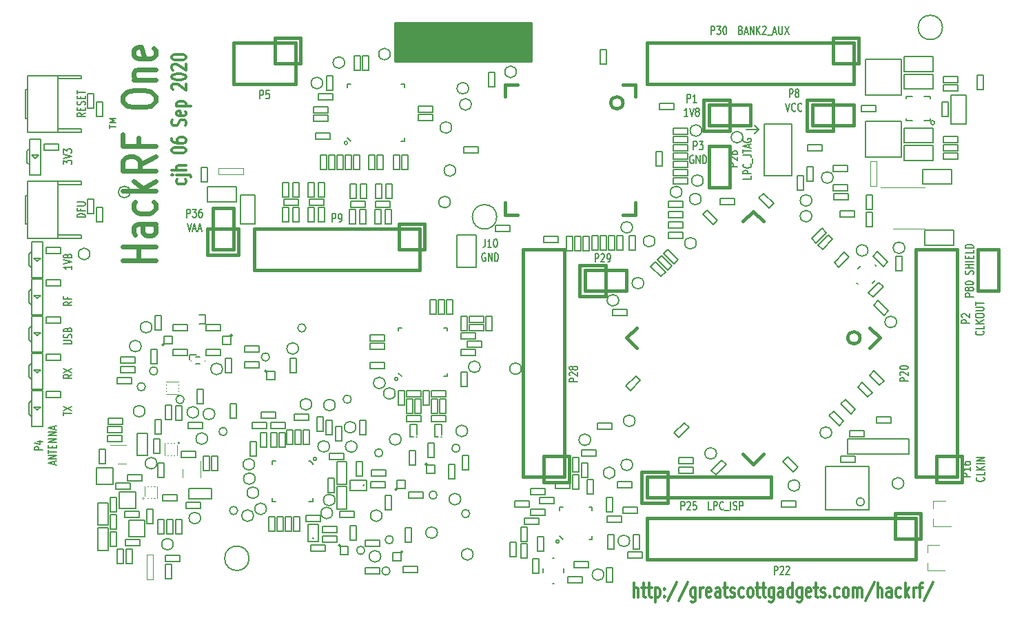
<source format=gbr>
G04 #@! TF.GenerationSoftware,KiCad,Pcbnew,(5.1.6-0-10_14)*
G04 #@! TF.CreationDate,2020-09-07T10:58:25+10:00*
G04 #@! TF.ProjectId,hackrf-one,6861636b-7266-42d6-9f6e-652e6b696361,rev?*
G04 #@! TF.SameCoordinates,Original*
G04 #@! TF.FileFunction,Legend,Top*
G04 #@! TF.FilePolarity,Positive*
%FSLAX45Y45*%
G04 Gerber Fmt 4.5, Leading zero omitted, Abs format (unit mm)*
G04 Created by KiCad (PCBNEW (5.1.6-0-10_14)) date 2020-09-07 10:58:25*
%MOMM*%
%LPD*%
G01*
G04 APERTURE LIST*
%ADD10C,0.203200*%
%ADD11C,0.304800*%
%ADD12C,0.190500*%
%ADD13C,0.152400*%
%ADD14C,0.609600*%
%ADD15C,0.120000*%
%ADD16C,0.177800*%
%ADD17C,0.101600*%
%ADD18C,0.381000*%
%ADD19C,0.119380*%
%ADD20C,0.254000*%
G04 APERTURE END LIST*
D10*
X12540000Y-16520000D02*
G75*
G03*
X12540000Y-16520000I-20000J0D01*
G01*
X9560000Y-15500000D02*
G75*
G03*
X9560000Y-15500000I-20000J0D01*
G01*
X10560000Y-14520000D02*
G75*
G03*
X10560000Y-14520000I-20000J0D01*
G01*
X9940000Y-11620000D02*
G75*
G03*
X9940000Y-11620000I-20000J0D01*
G01*
D11*
X7951567Y-12065609D02*
X7960033Y-12077705D01*
X7960033Y-12101895D01*
X7951567Y-12113990D01*
X7943100Y-12120038D01*
X7926167Y-12126086D01*
X7875367Y-12126086D01*
X7858433Y-12120038D01*
X7849967Y-12113990D01*
X7841500Y-12101895D01*
X7841500Y-12077705D01*
X7849967Y-12065609D01*
X7841500Y-12011181D02*
X7993900Y-12011181D01*
X8010833Y-12017228D01*
X8019300Y-12029324D01*
X8019300Y-12035371D01*
X7782233Y-12011181D02*
X7790700Y-12017228D01*
X7799167Y-12011181D01*
X7790700Y-12005133D01*
X7782233Y-12011181D01*
X7799167Y-12011181D01*
X7960033Y-11950705D02*
X7782233Y-11950705D01*
X7960033Y-11896276D02*
X7866900Y-11896276D01*
X7849967Y-11902324D01*
X7841500Y-11914419D01*
X7841500Y-11932562D01*
X7849967Y-11944657D01*
X7858433Y-11950705D01*
X7782233Y-11714848D02*
X7782233Y-11702752D01*
X7790700Y-11690657D01*
X7799167Y-11684609D01*
X7816100Y-11678562D01*
X7849967Y-11672514D01*
X7892300Y-11672514D01*
X7926167Y-11678562D01*
X7943100Y-11684609D01*
X7951567Y-11690657D01*
X7960033Y-11702752D01*
X7960033Y-11714848D01*
X7951567Y-11726943D01*
X7943100Y-11732990D01*
X7926167Y-11739038D01*
X7892300Y-11745086D01*
X7849967Y-11745086D01*
X7816100Y-11739038D01*
X7799167Y-11732990D01*
X7790700Y-11726943D01*
X7782233Y-11714848D01*
X7782233Y-11563657D02*
X7782233Y-11587848D01*
X7790700Y-11599943D01*
X7799167Y-11605990D01*
X7824567Y-11618086D01*
X7858433Y-11624133D01*
X7926167Y-11624133D01*
X7943100Y-11618086D01*
X7951567Y-11612038D01*
X7960033Y-11599943D01*
X7960033Y-11575752D01*
X7951567Y-11563657D01*
X7943100Y-11557609D01*
X7926167Y-11551562D01*
X7883833Y-11551562D01*
X7866900Y-11557609D01*
X7858433Y-11563657D01*
X7849967Y-11575752D01*
X7849967Y-11599943D01*
X7858433Y-11612038D01*
X7866900Y-11618086D01*
X7883833Y-11624133D01*
X7951567Y-11406419D02*
X7960033Y-11388276D01*
X7960033Y-11358038D01*
X7951567Y-11345943D01*
X7943100Y-11339895D01*
X7926167Y-11333848D01*
X7909233Y-11333848D01*
X7892300Y-11339895D01*
X7883833Y-11345943D01*
X7875367Y-11358038D01*
X7866900Y-11382228D01*
X7858433Y-11394324D01*
X7849967Y-11400371D01*
X7833033Y-11406419D01*
X7816100Y-11406419D01*
X7799167Y-11400371D01*
X7790700Y-11394324D01*
X7782233Y-11382228D01*
X7782233Y-11351990D01*
X7790700Y-11333848D01*
X7951567Y-11231038D02*
X7960033Y-11243133D01*
X7960033Y-11267324D01*
X7951567Y-11279419D01*
X7934633Y-11285467D01*
X7866900Y-11285467D01*
X7849967Y-11279419D01*
X7841500Y-11267324D01*
X7841500Y-11243133D01*
X7849967Y-11231038D01*
X7866900Y-11224990D01*
X7883833Y-11224990D01*
X7900767Y-11285467D01*
X7841500Y-11170562D02*
X8019300Y-11170562D01*
X7849967Y-11170562D02*
X7841500Y-11158467D01*
X7841500Y-11134276D01*
X7849967Y-11122181D01*
X7858433Y-11116133D01*
X7875367Y-11110086D01*
X7926167Y-11110086D01*
X7943100Y-11116133D01*
X7951567Y-11122181D01*
X7960033Y-11134276D01*
X7960033Y-11158467D01*
X7951567Y-11170562D01*
X7799167Y-10964943D02*
X7790700Y-10958895D01*
X7782233Y-10946800D01*
X7782233Y-10916562D01*
X7790700Y-10904467D01*
X7799167Y-10898419D01*
X7816100Y-10892371D01*
X7833033Y-10892371D01*
X7858433Y-10898419D01*
X7960033Y-10970990D01*
X7960033Y-10892371D01*
X7782233Y-10813752D02*
X7782233Y-10801657D01*
X7790700Y-10789562D01*
X7799167Y-10783514D01*
X7816100Y-10777467D01*
X7849967Y-10771419D01*
X7892300Y-10771419D01*
X7926167Y-10777467D01*
X7943100Y-10783514D01*
X7951567Y-10789562D01*
X7960033Y-10801657D01*
X7960033Y-10813752D01*
X7951567Y-10825848D01*
X7943100Y-10831895D01*
X7926167Y-10837943D01*
X7892300Y-10843990D01*
X7849967Y-10843990D01*
X7816100Y-10837943D01*
X7799167Y-10831895D01*
X7790700Y-10825848D01*
X7782233Y-10813752D01*
X7799167Y-10723038D02*
X7790700Y-10716990D01*
X7782233Y-10704895D01*
X7782233Y-10674657D01*
X7790700Y-10662562D01*
X7799167Y-10656514D01*
X7816100Y-10650467D01*
X7833033Y-10650467D01*
X7858433Y-10656514D01*
X7960033Y-10729086D01*
X7960033Y-10650467D01*
X7782233Y-10571848D02*
X7782233Y-10559752D01*
X7790700Y-10547657D01*
X7799167Y-10541610D01*
X7816100Y-10535562D01*
X7849967Y-10529514D01*
X7892300Y-10529514D01*
X7926167Y-10535562D01*
X7943100Y-10541610D01*
X7951567Y-10547657D01*
X7960033Y-10559752D01*
X7960033Y-10571848D01*
X7951567Y-10583943D01*
X7943100Y-10589990D01*
X7926167Y-10596038D01*
X7892300Y-10602086D01*
X7849967Y-10602086D01*
X7816100Y-10596038D01*
X7799167Y-10589990D01*
X7790700Y-10583943D01*
X7782233Y-10571848D01*
D12*
X9753757Y-12592962D02*
X9753757Y-12491362D01*
X9782786Y-12491362D01*
X9790043Y-12496200D01*
X9793671Y-12501038D01*
X9797300Y-12510714D01*
X9797300Y-12525228D01*
X9793671Y-12534905D01*
X9790043Y-12539743D01*
X9782786Y-12544581D01*
X9753757Y-12544581D01*
X9833586Y-12592962D02*
X9848100Y-12592962D01*
X9855357Y-12588124D01*
X9858986Y-12583286D01*
X9866243Y-12568771D01*
X9869871Y-12549419D01*
X9869871Y-12510714D01*
X9866243Y-12501038D01*
X9862614Y-12496200D01*
X9855357Y-12491362D01*
X9840843Y-12491362D01*
X9833586Y-12496200D01*
X9829957Y-12501038D01*
X9826329Y-12510714D01*
X9826329Y-12534905D01*
X9829957Y-12544581D01*
X9833586Y-12549419D01*
X9840843Y-12554257D01*
X9855357Y-12554257D01*
X9862614Y-12549419D01*
X9866243Y-12544581D01*
X9869871Y-12534905D01*
X11630454Y-12799337D02*
X11630454Y-12871908D01*
X11626826Y-12886423D01*
X11619568Y-12896099D01*
X11608683Y-12900937D01*
X11601426Y-12900937D01*
X11706654Y-12900937D02*
X11663111Y-12900937D01*
X11684883Y-12900937D02*
X11684883Y-12799337D01*
X11677626Y-12813851D01*
X11670368Y-12823527D01*
X11663111Y-12828365D01*
X11753826Y-12799337D02*
X11761083Y-12799337D01*
X11768340Y-12804175D01*
X11771968Y-12809013D01*
X11775597Y-12818689D01*
X11779226Y-12838042D01*
X11779226Y-12862232D01*
X11775597Y-12881584D01*
X11771968Y-12891261D01*
X11768340Y-12896099D01*
X11761083Y-12900937D01*
X11753826Y-12900937D01*
X11746568Y-12896099D01*
X11742940Y-12891261D01*
X11739311Y-12881584D01*
X11735683Y-12862232D01*
X11735683Y-12838042D01*
X11739311Y-12818689D01*
X11742940Y-12809013D01*
X11746568Y-12804175D01*
X11753826Y-12799337D01*
X11634083Y-12975625D02*
X11626826Y-12970787D01*
X11615940Y-12970787D01*
X11605054Y-12975625D01*
X11597797Y-12985301D01*
X11594168Y-12994977D01*
X11590540Y-13014330D01*
X11590540Y-13028844D01*
X11594168Y-13048196D01*
X11597797Y-13057873D01*
X11605054Y-13067549D01*
X11615940Y-13072387D01*
X11623197Y-13072387D01*
X11634083Y-13067549D01*
X11637711Y-13062711D01*
X11637711Y-13028844D01*
X11623197Y-13028844D01*
X11670368Y-13072387D02*
X11670368Y-12970787D01*
X11713911Y-13072387D01*
X11713911Y-12970787D01*
X11750197Y-13072387D02*
X11750197Y-12970787D01*
X11768340Y-12970787D01*
X11779226Y-12975625D01*
X11786483Y-12985301D01*
X11790111Y-12994977D01*
X11793740Y-13014330D01*
X11793740Y-13028844D01*
X11790111Y-13048196D01*
X11786483Y-13057873D01*
X11779226Y-13067549D01*
X11768340Y-13072387D01*
X11750197Y-13072387D01*
X17630902Y-13508934D02*
X17529302Y-13508934D01*
X17529302Y-13479906D01*
X17534140Y-13472648D01*
X17538978Y-13469020D01*
X17548654Y-13465391D01*
X17563169Y-13465391D01*
X17572845Y-13469020D01*
X17577683Y-13472648D01*
X17582521Y-13479906D01*
X17582521Y-13508934D01*
X17572845Y-13421848D02*
X17568007Y-13429106D01*
X17563169Y-13432734D01*
X17553492Y-13436363D01*
X17548654Y-13436363D01*
X17538978Y-13432734D01*
X17534140Y-13429106D01*
X17529302Y-13421848D01*
X17529302Y-13407334D01*
X17534140Y-13400077D01*
X17538978Y-13396448D01*
X17548654Y-13392820D01*
X17553492Y-13392820D01*
X17563169Y-13396448D01*
X17568007Y-13400077D01*
X17572845Y-13407334D01*
X17572845Y-13421848D01*
X17577683Y-13429106D01*
X17582521Y-13432734D01*
X17592197Y-13436363D01*
X17611550Y-13436363D01*
X17621226Y-13432734D01*
X17626064Y-13429106D01*
X17630902Y-13421848D01*
X17630902Y-13407334D01*
X17626064Y-13400077D01*
X17621226Y-13396448D01*
X17611550Y-13392820D01*
X17592197Y-13392820D01*
X17582521Y-13396448D01*
X17577683Y-13400077D01*
X17572845Y-13407334D01*
X17529302Y-13345648D02*
X17529302Y-13338391D01*
X17534140Y-13331134D01*
X17538978Y-13327506D01*
X17548654Y-13323877D01*
X17568007Y-13320248D01*
X17592197Y-13320248D01*
X17611550Y-13323877D01*
X17621226Y-13327506D01*
X17626064Y-13331134D01*
X17630902Y-13338391D01*
X17630902Y-13345648D01*
X17626064Y-13352906D01*
X17621226Y-13356534D01*
X17611550Y-13360163D01*
X17592197Y-13363791D01*
X17568007Y-13363791D01*
X17548654Y-13360163D01*
X17538978Y-13356534D01*
X17534140Y-13352906D01*
X17529302Y-13345648D01*
X17626064Y-13233163D02*
X17630902Y-13222277D01*
X17630902Y-13204134D01*
X17626064Y-13196877D01*
X17621226Y-13193248D01*
X17611550Y-13189620D01*
X17601873Y-13189620D01*
X17592197Y-13193248D01*
X17587359Y-13196877D01*
X17582521Y-13204134D01*
X17577683Y-13218648D01*
X17572845Y-13225906D01*
X17568007Y-13229534D01*
X17558330Y-13233163D01*
X17548654Y-13233163D01*
X17538978Y-13229534D01*
X17534140Y-13225906D01*
X17529302Y-13218648D01*
X17529302Y-13200506D01*
X17534140Y-13189620D01*
X17630902Y-13156963D02*
X17529302Y-13156963D01*
X17577683Y-13156963D02*
X17577683Y-13113420D01*
X17630902Y-13113420D02*
X17529302Y-13113420D01*
X17630902Y-13077134D02*
X17529302Y-13077134D01*
X17577683Y-13040848D02*
X17577683Y-13015448D01*
X17630902Y-13004563D02*
X17630902Y-13040848D01*
X17529302Y-13040848D01*
X17529302Y-13004563D01*
X17630902Y-12935620D02*
X17630902Y-12971906D01*
X17529302Y-12971906D01*
X17630902Y-12910220D02*
X17529302Y-12910220D01*
X17529302Y-12892077D01*
X17534140Y-12881191D01*
X17543816Y-12873934D01*
X17553492Y-12870306D01*
X17572845Y-12866677D01*
X17587359Y-12866677D01*
X17606711Y-12870306D01*
X17616388Y-12873934D01*
X17626064Y-12881191D01*
X17630902Y-12892077D01*
X17630902Y-12910220D01*
X8864757Y-11076582D02*
X8864757Y-10974982D01*
X8893786Y-10974982D01*
X8901043Y-10979820D01*
X8904671Y-10984658D01*
X8908300Y-10994334D01*
X8908300Y-11008849D01*
X8904671Y-11018525D01*
X8901043Y-11023363D01*
X8893786Y-11028201D01*
X8864757Y-11028201D01*
X8977243Y-10974982D02*
X8940957Y-10974982D01*
X8937329Y-11023363D01*
X8940957Y-11018525D01*
X8948214Y-11013687D01*
X8966357Y-11013687D01*
X8973614Y-11018525D01*
X8977243Y-11023363D01*
X8980871Y-11033039D01*
X8980871Y-11057230D01*
X8977243Y-11066906D01*
X8973614Y-11071744D01*
X8966357Y-11076582D01*
X8948214Y-11076582D01*
X8940957Y-11071744D01*
X8937329Y-11066906D01*
X6715962Y-11250671D02*
X6667581Y-11276071D01*
X6715962Y-11294214D02*
X6614362Y-11294214D01*
X6614362Y-11265186D01*
X6619200Y-11257928D01*
X6624038Y-11254300D01*
X6633714Y-11250671D01*
X6648228Y-11250671D01*
X6657905Y-11254300D01*
X6662743Y-11257928D01*
X6667581Y-11265186D01*
X6667581Y-11294214D01*
X6662743Y-11218014D02*
X6662743Y-11192614D01*
X6715962Y-11181729D02*
X6715962Y-11218014D01*
X6614362Y-11218014D01*
X6614362Y-11181729D01*
X6711124Y-11152700D02*
X6715962Y-11141814D01*
X6715962Y-11123671D01*
X6711124Y-11116414D01*
X6706286Y-11112786D01*
X6696609Y-11109157D01*
X6686933Y-11109157D01*
X6677257Y-11112786D01*
X6672419Y-11116414D01*
X6667581Y-11123671D01*
X6662743Y-11138186D01*
X6657905Y-11145443D01*
X6653067Y-11149071D01*
X6643390Y-11152700D01*
X6633714Y-11152700D01*
X6624038Y-11149071D01*
X6619200Y-11145443D01*
X6614362Y-11138186D01*
X6614362Y-11120043D01*
X6619200Y-11109157D01*
X6662743Y-11076500D02*
X6662743Y-11051100D01*
X6715962Y-11040214D02*
X6715962Y-11076500D01*
X6614362Y-11076500D01*
X6614362Y-11040214D01*
X6614362Y-11018443D02*
X6614362Y-10974900D01*
X6715962Y-10996671D02*
X6614362Y-10996671D01*
X6715962Y-12532528D02*
X6614362Y-12532528D01*
X6614362Y-12514386D01*
X6619200Y-12503500D01*
X6628876Y-12496243D01*
X6638552Y-12492614D01*
X6657905Y-12488986D01*
X6672419Y-12488986D01*
X6691771Y-12492614D01*
X6701448Y-12496243D01*
X6711124Y-12503500D01*
X6715962Y-12514386D01*
X6715962Y-12532528D01*
X6662743Y-12430928D02*
X6662743Y-12456328D01*
X6715962Y-12456328D02*
X6614362Y-12456328D01*
X6614362Y-12420043D01*
X6614362Y-12391014D02*
X6696609Y-12391014D01*
X6706286Y-12387386D01*
X6711124Y-12383757D01*
X6715962Y-12376500D01*
X6715962Y-12361986D01*
X6711124Y-12354728D01*
X6706286Y-12351100D01*
X6696609Y-12347471D01*
X6614362Y-12347471D01*
D13*
X7019991Y-11441374D02*
X7019991Y-11397831D01*
X7096191Y-11419603D02*
X7019991Y-11419603D01*
X7096191Y-11372431D02*
X7019991Y-11372431D01*
X7074420Y-11347031D01*
X7019991Y-11321631D01*
X7096191Y-11321631D01*
D12*
X6553962Y-13572071D02*
X6505581Y-13597471D01*
X6553962Y-13615614D02*
X6452362Y-13615614D01*
X6452362Y-13586586D01*
X6457200Y-13579328D01*
X6462038Y-13575700D01*
X6471714Y-13572071D01*
X6486228Y-13572071D01*
X6495905Y-13575700D01*
X6500743Y-13579328D01*
X6505581Y-13586586D01*
X6505581Y-13615614D01*
X6500743Y-13514014D02*
X6500743Y-13539414D01*
X6553962Y-13539414D02*
X6452362Y-13539414D01*
X6452362Y-13503128D01*
D14*
X7580848Y-13065886D02*
X7174448Y-13065886D01*
X7367971Y-13065886D02*
X7367971Y-12891714D01*
X7580848Y-12891714D02*
X7174448Y-12891714D01*
X7580848Y-12615943D02*
X7367971Y-12615943D01*
X7329267Y-12630457D01*
X7309914Y-12659486D01*
X7309914Y-12717543D01*
X7329267Y-12746571D01*
X7561495Y-12615943D02*
X7580848Y-12644971D01*
X7580848Y-12717543D01*
X7561495Y-12746571D01*
X7522790Y-12761086D01*
X7484086Y-12761086D01*
X7445381Y-12746571D01*
X7426028Y-12717543D01*
X7426028Y-12644971D01*
X7406676Y-12615943D01*
X7561495Y-12340171D02*
X7580848Y-12369200D01*
X7580848Y-12427257D01*
X7561495Y-12456286D01*
X7542143Y-12470800D01*
X7503438Y-12485314D01*
X7387324Y-12485314D01*
X7348619Y-12470800D01*
X7329267Y-12456286D01*
X7309914Y-12427257D01*
X7309914Y-12369200D01*
X7329267Y-12340171D01*
X7580848Y-12209543D02*
X7174448Y-12209543D01*
X7426028Y-12180514D02*
X7580848Y-12093428D01*
X7309914Y-12093428D02*
X7464733Y-12209543D01*
X7580848Y-11788628D02*
X7387324Y-11890228D01*
X7580848Y-11962800D02*
X7174448Y-11962800D01*
X7174448Y-11846686D01*
X7193800Y-11817657D01*
X7213152Y-11803143D01*
X7251857Y-11788628D01*
X7309914Y-11788628D01*
X7348619Y-11803143D01*
X7367971Y-11817657D01*
X7387324Y-11846686D01*
X7387324Y-11962800D01*
X7367971Y-11556400D02*
X7367971Y-11658000D01*
X7580848Y-11658000D02*
X7174448Y-11658000D01*
X7174448Y-11512857D01*
X7174448Y-11106457D02*
X7174448Y-11048400D01*
X7193800Y-11019371D01*
X7232505Y-10990343D01*
X7309914Y-10975829D01*
X7445381Y-10975829D01*
X7522790Y-10990343D01*
X7561495Y-11019371D01*
X7580848Y-11048400D01*
X7580848Y-11106457D01*
X7561495Y-11135486D01*
X7522790Y-11164514D01*
X7445381Y-11179029D01*
X7309914Y-11179029D01*
X7232505Y-11164514D01*
X7193800Y-11135486D01*
X7174448Y-11106457D01*
X7309914Y-10845200D02*
X7580848Y-10845200D01*
X7348619Y-10845200D02*
X7329267Y-10830686D01*
X7309914Y-10801657D01*
X7309914Y-10758114D01*
X7329267Y-10729086D01*
X7367971Y-10714571D01*
X7580848Y-10714571D01*
X7561495Y-10453314D02*
X7580848Y-10482343D01*
X7580848Y-10540400D01*
X7561495Y-10569429D01*
X7522790Y-10583943D01*
X7367971Y-10583943D01*
X7329267Y-10569429D01*
X7309914Y-10540400D01*
X7309914Y-10482343D01*
X7329267Y-10453314D01*
X7367971Y-10438800D01*
X7406676Y-10438800D01*
X7445381Y-10583943D01*
D10*
X14993620Y-11457940D02*
X14841220Y-11457940D01*
X14993620Y-11457940D02*
X14942820Y-11508740D01*
X14993620Y-11457940D02*
X14942820Y-11407140D01*
D12*
X6553962Y-13127571D02*
X6553962Y-13171114D01*
X6553962Y-13149343D02*
X6452362Y-13149343D01*
X6466876Y-13156600D01*
X6476552Y-13163857D01*
X6481390Y-13171114D01*
X6452362Y-13105800D02*
X6553962Y-13080400D01*
X6452362Y-13055000D01*
X6495905Y-13018714D02*
X6491067Y-13025971D01*
X6486228Y-13029600D01*
X6476552Y-13033228D01*
X6471714Y-13033228D01*
X6462038Y-13029600D01*
X6457200Y-13025971D01*
X6452362Y-13018714D01*
X6452362Y-13004200D01*
X6457200Y-12996943D01*
X6462038Y-12993314D01*
X6471714Y-12989686D01*
X6476552Y-12989686D01*
X6486228Y-12993314D01*
X6491067Y-12996943D01*
X6495905Y-13004200D01*
X6495905Y-13018714D01*
X6500743Y-13025971D01*
X6505581Y-13029600D01*
X6515257Y-13033228D01*
X6534609Y-13033228D01*
X6544286Y-13029600D01*
X6549124Y-13025971D01*
X6553962Y-13018714D01*
X6553962Y-13004200D01*
X6549124Y-12996943D01*
X6544286Y-12993314D01*
X6534609Y-12989686D01*
X6515257Y-12989686D01*
X6505581Y-12993314D01*
X6500743Y-12996943D01*
X6495905Y-13004200D01*
X6452362Y-11879343D02*
X6452362Y-11832171D01*
X6491067Y-11857571D01*
X6491067Y-11846686D01*
X6495905Y-11839428D01*
X6500743Y-11835800D01*
X6510419Y-11832171D01*
X6534609Y-11832171D01*
X6544286Y-11835800D01*
X6549124Y-11839428D01*
X6553962Y-11846686D01*
X6553962Y-11868457D01*
X6549124Y-11875714D01*
X6544286Y-11879343D01*
X6452362Y-11810400D02*
X6553962Y-11785000D01*
X6452362Y-11759600D01*
X6452362Y-11741457D02*
X6452362Y-11694286D01*
X6491067Y-11719686D01*
X6491067Y-11708800D01*
X6495905Y-11701543D01*
X6500743Y-11697914D01*
X6510419Y-11694286D01*
X6534609Y-11694286D01*
X6544286Y-11697914D01*
X6549124Y-11701543D01*
X6553962Y-11708800D01*
X6553962Y-11730571D01*
X6549124Y-11737828D01*
X6544286Y-11741457D01*
X6452362Y-14090957D02*
X6534609Y-14090957D01*
X6544286Y-14087328D01*
X6549124Y-14083700D01*
X6553962Y-14076443D01*
X6553962Y-14061928D01*
X6549124Y-14054671D01*
X6544286Y-14051043D01*
X6534609Y-14047414D01*
X6452362Y-14047414D01*
X6549124Y-14014757D02*
X6553962Y-14003871D01*
X6553962Y-13985728D01*
X6549124Y-13978471D01*
X6544286Y-13974843D01*
X6534609Y-13971214D01*
X6524933Y-13971214D01*
X6515257Y-13974843D01*
X6510419Y-13978471D01*
X6505581Y-13985728D01*
X6500743Y-14000243D01*
X6495905Y-14007500D01*
X6491067Y-14011128D01*
X6481390Y-14014757D01*
X6471714Y-14014757D01*
X6462038Y-14011128D01*
X6457200Y-14007500D01*
X6452362Y-14000243D01*
X6452362Y-13982100D01*
X6457200Y-13971214D01*
X6500743Y-13913157D02*
X6505581Y-13902271D01*
X6510419Y-13898643D01*
X6520095Y-13895014D01*
X6534609Y-13895014D01*
X6544286Y-13898643D01*
X6549124Y-13902271D01*
X6553962Y-13909528D01*
X6553962Y-13938557D01*
X6452362Y-13938557D01*
X6452362Y-13913157D01*
X6457200Y-13905900D01*
X6462038Y-13902271D01*
X6471714Y-13898643D01*
X6481390Y-13898643D01*
X6491067Y-13902271D01*
X6495905Y-13905900D01*
X6500743Y-13913157D01*
X6500743Y-13938557D01*
X6553962Y-14464700D02*
X6505581Y-14490100D01*
X6553962Y-14508243D02*
X6452362Y-14508243D01*
X6452362Y-14479214D01*
X6457200Y-14471957D01*
X6462038Y-14468328D01*
X6471714Y-14464700D01*
X6486228Y-14464700D01*
X6495905Y-14468328D01*
X6500743Y-14471957D01*
X6505581Y-14479214D01*
X6505581Y-14508243D01*
X6452362Y-14439300D02*
X6553962Y-14388500D01*
X6452362Y-14388500D02*
X6553962Y-14439300D01*
X6452362Y-14967257D02*
X6452362Y-14923714D01*
X6553962Y-14945486D02*
X6452362Y-14945486D01*
X6452362Y-14905571D02*
X6553962Y-14854771D01*
X6452362Y-14854771D02*
X6553962Y-14905571D01*
X14113757Y-11120237D02*
X14113757Y-11018637D01*
X14142786Y-11018637D01*
X14150043Y-11023475D01*
X14153671Y-11028313D01*
X14157300Y-11037989D01*
X14157300Y-11052504D01*
X14153671Y-11062180D01*
X14150043Y-11067018D01*
X14142786Y-11071856D01*
X14113757Y-11071856D01*
X14229871Y-11120237D02*
X14186328Y-11120237D01*
X14208100Y-11120237D02*
X14208100Y-11018637D01*
X14200843Y-11033151D01*
X14193586Y-11042827D01*
X14186328Y-11047665D01*
X14122828Y-11291687D02*
X14079286Y-11291687D01*
X14101057Y-11291687D02*
X14101057Y-11190087D01*
X14093800Y-11204601D01*
X14086543Y-11214277D01*
X14079286Y-11219115D01*
X14144600Y-11190087D02*
X14170000Y-11291687D01*
X14195400Y-11190087D01*
X14231686Y-11233630D02*
X14224428Y-11228792D01*
X14220800Y-11223953D01*
X14217171Y-11214277D01*
X14217171Y-11209439D01*
X14220800Y-11199763D01*
X14224428Y-11194925D01*
X14231686Y-11190087D01*
X14246200Y-11190087D01*
X14253457Y-11194925D01*
X14257086Y-11199763D01*
X14260714Y-11209439D01*
X14260714Y-11214277D01*
X14257086Y-11223953D01*
X14253457Y-11228792D01*
X14246200Y-11233630D01*
X14231686Y-11233630D01*
X14224428Y-11238468D01*
X14220800Y-11243306D01*
X14217171Y-11252982D01*
X14217171Y-11272334D01*
X14220800Y-11282011D01*
X14224428Y-11286849D01*
X14231686Y-11291687D01*
X14246200Y-11291687D01*
X14253457Y-11286849D01*
X14257086Y-11282011D01*
X14260714Y-11272334D01*
X14260714Y-11252982D01*
X14257086Y-11243306D01*
X14253457Y-11238468D01*
X14246200Y-11233630D01*
X15369697Y-11059437D02*
X15369697Y-10957837D01*
X15398726Y-10957837D01*
X15405983Y-10962675D01*
X15409611Y-10967513D01*
X15413240Y-10977189D01*
X15413240Y-10991704D01*
X15409611Y-11001380D01*
X15405983Y-11006218D01*
X15398726Y-11011056D01*
X15369697Y-11011056D01*
X15456783Y-11001380D02*
X15449526Y-10996542D01*
X15445897Y-10991704D01*
X15442268Y-10982027D01*
X15442268Y-10977189D01*
X15445897Y-10967513D01*
X15449526Y-10962675D01*
X15456783Y-10957837D01*
X15471297Y-10957837D01*
X15478554Y-10962675D01*
X15482183Y-10967513D01*
X15485811Y-10977189D01*
X15485811Y-10982027D01*
X15482183Y-10991704D01*
X15478554Y-10996542D01*
X15471297Y-11001380D01*
X15456783Y-11001380D01*
X15449526Y-11006218D01*
X15445897Y-11011056D01*
X15442268Y-11020732D01*
X15442268Y-11040085D01*
X15445897Y-11049761D01*
X15449526Y-11054599D01*
X15456783Y-11059437D01*
X15471297Y-11059437D01*
X15478554Y-11054599D01*
X15482183Y-11049761D01*
X15485811Y-11040085D01*
X15485811Y-11020732D01*
X15482183Y-11011056D01*
X15478554Y-11006218D01*
X15471297Y-11001380D01*
X15324340Y-11129287D02*
X15349740Y-11230887D01*
X15375140Y-11129287D01*
X15444083Y-11221211D02*
X15440454Y-11226049D01*
X15429568Y-11230887D01*
X15422311Y-11230887D01*
X15411426Y-11226049D01*
X15404168Y-11216373D01*
X15400540Y-11206696D01*
X15396911Y-11187344D01*
X15396911Y-11172830D01*
X15400540Y-11153477D01*
X15404168Y-11143801D01*
X15411426Y-11134125D01*
X15422311Y-11129287D01*
X15429568Y-11129287D01*
X15440454Y-11134125D01*
X15444083Y-11138963D01*
X15520283Y-11221211D02*
X15516654Y-11226049D01*
X15505768Y-11230887D01*
X15498511Y-11230887D01*
X15487626Y-11226049D01*
X15480368Y-11216373D01*
X15476740Y-11206696D01*
X15473111Y-11187344D01*
X15473111Y-11172830D01*
X15476740Y-11153477D01*
X15480368Y-11143801D01*
X15487626Y-11134125D01*
X15498511Y-11129287D01*
X15505768Y-11129287D01*
X15516654Y-11134125D01*
X15520283Y-11138963D01*
X16825722Y-14547068D02*
X16724122Y-14547068D01*
X16724122Y-14518040D01*
X16728960Y-14510783D01*
X16733798Y-14507154D01*
X16743474Y-14503526D01*
X16757988Y-14503526D01*
X16767665Y-14507154D01*
X16772503Y-14510783D01*
X16777341Y-14518040D01*
X16777341Y-14547068D01*
X16733798Y-14474497D02*
X16728960Y-14470868D01*
X16724122Y-14463611D01*
X16724122Y-14445468D01*
X16728960Y-14438211D01*
X16733798Y-14434583D01*
X16743474Y-14430954D01*
X16753150Y-14430954D01*
X16767665Y-14434583D01*
X16825722Y-14478126D01*
X16825722Y-14430954D01*
X16724122Y-14383783D02*
X16724122Y-14376526D01*
X16728960Y-14369268D01*
X16733798Y-14365640D01*
X16743474Y-14362011D01*
X16762827Y-14358383D01*
X16787017Y-14358383D01*
X16806370Y-14362011D01*
X16816046Y-14365640D01*
X16820884Y-14369268D01*
X16825722Y-14376526D01*
X16825722Y-14383783D01*
X16820884Y-14391040D01*
X16816046Y-14394668D01*
X16806370Y-14398297D01*
X16787017Y-14401926D01*
X16762827Y-14401926D01*
X16743474Y-14398297D01*
X16733798Y-14394668D01*
X16728960Y-14391040D01*
X16724122Y-14383783D01*
X15183551Y-16921122D02*
X15183551Y-16819522D01*
X15212580Y-16819522D01*
X15219837Y-16824360D01*
X15223466Y-16829198D01*
X15227094Y-16838874D01*
X15227094Y-16853389D01*
X15223466Y-16863065D01*
X15219837Y-16867903D01*
X15212580Y-16872741D01*
X15183551Y-16872741D01*
X15256123Y-16829198D02*
X15259751Y-16824360D01*
X15267008Y-16819522D01*
X15285151Y-16819522D01*
X15292408Y-16824360D01*
X15296037Y-16829198D01*
X15299666Y-16838874D01*
X15299666Y-16848550D01*
X15296037Y-16863065D01*
X15252494Y-16921122D01*
X15299666Y-16921122D01*
X15328694Y-16829198D02*
X15332323Y-16824360D01*
X15339580Y-16819522D01*
X15357723Y-16819522D01*
X15364980Y-16824360D01*
X15368608Y-16829198D01*
X15372237Y-16838874D01*
X15372237Y-16848550D01*
X15368608Y-16863065D01*
X15325066Y-16921122D01*
X15372237Y-16921122D01*
X14038374Y-16128642D02*
X14038374Y-16027042D01*
X14067403Y-16027042D01*
X14074660Y-16031880D01*
X14078288Y-16036718D01*
X14081917Y-16046394D01*
X14081917Y-16060908D01*
X14078288Y-16070585D01*
X14074660Y-16075423D01*
X14067403Y-16080261D01*
X14038374Y-16080261D01*
X14110946Y-16036718D02*
X14114574Y-16031880D01*
X14121831Y-16027042D01*
X14139974Y-16027042D01*
X14147231Y-16031880D01*
X14150860Y-16036718D01*
X14154488Y-16046394D01*
X14154488Y-16056070D01*
X14150860Y-16070585D01*
X14107317Y-16128642D01*
X14154488Y-16128642D01*
X14223431Y-16027042D02*
X14187146Y-16027042D01*
X14183517Y-16075423D01*
X14187146Y-16070585D01*
X14194403Y-16065747D01*
X14212546Y-16065747D01*
X14219803Y-16070585D01*
X14223431Y-16075423D01*
X14227060Y-16085099D01*
X14227060Y-16109289D01*
X14223431Y-16118966D01*
X14219803Y-16123804D01*
X14212546Y-16128642D01*
X14194403Y-16128642D01*
X14187146Y-16123804D01*
X14183517Y-16118966D01*
X14412117Y-16128642D02*
X14375831Y-16128642D01*
X14375831Y-16027042D01*
X14437517Y-16128642D02*
X14437517Y-16027042D01*
X14466546Y-16027042D01*
X14473803Y-16031880D01*
X14477431Y-16036718D01*
X14481060Y-16046394D01*
X14481060Y-16060908D01*
X14477431Y-16070585D01*
X14473803Y-16075423D01*
X14466546Y-16080261D01*
X14437517Y-16080261D01*
X14557260Y-16118966D02*
X14553631Y-16123804D01*
X14542746Y-16128642D01*
X14535488Y-16128642D01*
X14524603Y-16123804D01*
X14517346Y-16114128D01*
X14513717Y-16104451D01*
X14510088Y-16085099D01*
X14510088Y-16070585D01*
X14513717Y-16051232D01*
X14517346Y-16041556D01*
X14524603Y-16031880D01*
X14535488Y-16027042D01*
X14542746Y-16027042D01*
X14553631Y-16031880D01*
X14557260Y-16036718D01*
X14571774Y-16138318D02*
X14629831Y-16138318D01*
X14647974Y-16128642D02*
X14647974Y-16027042D01*
X14680631Y-16123804D02*
X14691517Y-16128642D01*
X14709660Y-16128642D01*
X14716917Y-16123804D01*
X14720546Y-16118966D01*
X14724174Y-16109289D01*
X14724174Y-16099613D01*
X14720546Y-16089937D01*
X14716917Y-16085099D01*
X14709660Y-16080261D01*
X14695146Y-16075423D01*
X14687888Y-16070585D01*
X14684260Y-16065747D01*
X14680631Y-16056070D01*
X14680631Y-16046394D01*
X14684260Y-16036718D01*
X14687888Y-16031880D01*
X14695146Y-16027042D01*
X14713288Y-16027042D01*
X14724174Y-16031880D01*
X14756831Y-16128642D02*
X14756831Y-16027042D01*
X14785860Y-16027042D01*
X14793117Y-16031880D01*
X14796746Y-16036718D01*
X14800374Y-16046394D01*
X14800374Y-16060908D01*
X14796746Y-16070585D01*
X14793117Y-16075423D01*
X14785860Y-16080261D01*
X14756831Y-16080261D01*
X12766802Y-14552148D02*
X12665202Y-14552148D01*
X12665202Y-14523120D01*
X12670040Y-14515863D01*
X12674878Y-14512234D01*
X12684554Y-14508606D01*
X12699068Y-14508606D01*
X12708745Y-14512234D01*
X12713583Y-14515863D01*
X12718421Y-14523120D01*
X12718421Y-14552148D01*
X12674878Y-14479577D02*
X12670040Y-14475948D01*
X12665202Y-14468691D01*
X12665202Y-14450548D01*
X12670040Y-14443291D01*
X12674878Y-14439663D01*
X12684554Y-14436034D01*
X12694230Y-14436034D01*
X12708745Y-14439663D01*
X12766802Y-14483206D01*
X12766802Y-14436034D01*
X12708745Y-14392491D02*
X12703907Y-14399748D01*
X12699068Y-14403377D01*
X12689392Y-14407006D01*
X12684554Y-14407006D01*
X12674878Y-14403377D01*
X12670040Y-14399748D01*
X12665202Y-14392491D01*
X12665202Y-14377977D01*
X12670040Y-14370720D01*
X12674878Y-14367091D01*
X12684554Y-14363463D01*
X12689392Y-14363463D01*
X12699068Y-14367091D01*
X12703907Y-14370720D01*
X12708745Y-14377977D01*
X12708745Y-14392491D01*
X12713583Y-14399748D01*
X12718421Y-14403377D01*
X12728097Y-14407006D01*
X12747449Y-14407006D01*
X12757126Y-14403377D01*
X12761964Y-14399748D01*
X12766802Y-14392491D01*
X12766802Y-14377977D01*
X12761964Y-14370720D01*
X12757126Y-14367091D01*
X12747449Y-14363463D01*
X12728097Y-14363463D01*
X12718421Y-14367091D01*
X12713583Y-14370720D01*
X12708745Y-14377977D01*
X14730857Y-11908008D02*
X14629257Y-11908008D01*
X14629257Y-11878980D01*
X14634095Y-11871723D01*
X14638933Y-11868094D01*
X14648609Y-11864466D01*
X14663123Y-11864466D01*
X14672800Y-11868094D01*
X14677638Y-11871723D01*
X14682476Y-11878980D01*
X14682476Y-11908008D01*
X14638933Y-11835437D02*
X14634095Y-11831808D01*
X14629257Y-11824551D01*
X14629257Y-11806408D01*
X14634095Y-11799151D01*
X14638933Y-11795523D01*
X14648609Y-11791894D01*
X14658285Y-11791894D01*
X14672800Y-11795523D01*
X14730857Y-11839066D01*
X14730857Y-11791894D01*
X14629257Y-11726580D02*
X14629257Y-11741094D01*
X14634095Y-11748351D01*
X14638933Y-11751980D01*
X14653447Y-11759237D01*
X14672800Y-11762866D01*
X14711504Y-11762866D01*
X14721181Y-11759237D01*
X14726019Y-11755608D01*
X14730857Y-11748351D01*
X14730857Y-11733837D01*
X14726019Y-11726580D01*
X14721181Y-11722951D01*
X14711504Y-11719323D01*
X14687314Y-11719323D01*
X14677638Y-11722951D01*
X14672800Y-11726580D01*
X14667962Y-11733837D01*
X14667962Y-11748351D01*
X14672800Y-11755608D01*
X14677638Y-11759237D01*
X14687314Y-11762866D01*
X14902307Y-12025937D02*
X14902307Y-12062223D01*
X14800707Y-12062223D01*
X14902307Y-12000537D02*
X14800707Y-12000537D01*
X14800707Y-11971508D01*
X14805545Y-11964251D01*
X14810383Y-11960623D01*
X14820059Y-11956994D01*
X14834573Y-11956994D01*
X14844250Y-11960623D01*
X14849088Y-11964251D01*
X14853926Y-11971508D01*
X14853926Y-12000537D01*
X14892631Y-11880794D02*
X14897469Y-11884423D01*
X14902307Y-11895308D01*
X14902307Y-11902566D01*
X14897469Y-11913451D01*
X14887793Y-11920708D01*
X14878116Y-11924337D01*
X14858764Y-11927966D01*
X14844250Y-11927966D01*
X14824897Y-11924337D01*
X14815221Y-11920708D01*
X14805545Y-11913451D01*
X14800707Y-11902566D01*
X14800707Y-11895308D01*
X14805545Y-11884423D01*
X14810383Y-11880794D01*
X14911983Y-11866280D02*
X14911983Y-11808223D01*
X14800707Y-11768308D02*
X14873278Y-11768308D01*
X14887793Y-11771937D01*
X14897469Y-11779194D01*
X14902307Y-11790080D01*
X14902307Y-11797337D01*
X14800707Y-11742908D02*
X14800707Y-11699366D01*
X14902307Y-11721137D02*
X14800707Y-11721137D01*
X14873278Y-11677594D02*
X14873278Y-11641308D01*
X14902307Y-11684851D02*
X14800707Y-11659451D01*
X14902307Y-11634051D01*
X14805545Y-11568737D02*
X14800707Y-11575994D01*
X14800707Y-11586880D01*
X14805545Y-11597766D01*
X14815221Y-11605023D01*
X14824897Y-11608651D01*
X14844250Y-11612280D01*
X14858764Y-11612280D01*
X14878116Y-11608651D01*
X14887793Y-11605023D01*
X14897469Y-11597766D01*
X14902307Y-11586880D01*
X14902307Y-11579623D01*
X14897469Y-11568737D01*
X14892631Y-11565108D01*
X14858764Y-11565108D01*
X14858764Y-11579623D01*
X14191137Y-11702057D02*
X14191137Y-11600457D01*
X14220166Y-11600457D01*
X14227423Y-11605295D01*
X14231051Y-11610133D01*
X14234680Y-11619809D01*
X14234680Y-11634323D01*
X14231051Y-11644000D01*
X14227423Y-11648838D01*
X14220166Y-11653676D01*
X14191137Y-11653676D01*
X14260080Y-11600457D02*
X14307251Y-11600457D01*
X14281851Y-11639162D01*
X14292737Y-11639162D01*
X14299994Y-11644000D01*
X14303623Y-11648838D01*
X14307251Y-11658514D01*
X14307251Y-11682704D01*
X14303623Y-11692381D01*
X14299994Y-11697219D01*
X14292737Y-11702057D01*
X14270966Y-11702057D01*
X14263708Y-11697219D01*
X14260080Y-11692381D01*
X14189323Y-11776745D02*
X14182066Y-11771907D01*
X14171180Y-11771907D01*
X14160294Y-11776745D01*
X14153037Y-11786421D01*
X14149408Y-11796097D01*
X14145780Y-11815450D01*
X14145780Y-11829964D01*
X14149408Y-11849316D01*
X14153037Y-11858993D01*
X14160294Y-11868669D01*
X14171180Y-11873507D01*
X14178437Y-11873507D01*
X14189323Y-11868669D01*
X14192951Y-11863831D01*
X14192951Y-11829964D01*
X14178437Y-11829964D01*
X14225608Y-11873507D02*
X14225608Y-11771907D01*
X14269151Y-11873507D01*
X14269151Y-11771907D01*
X14305437Y-11873507D02*
X14305437Y-11771907D01*
X14323580Y-11771907D01*
X14334466Y-11776745D01*
X14341723Y-11786421D01*
X14345351Y-11796097D01*
X14348980Y-11815450D01*
X14348980Y-11829964D01*
X14345351Y-11849316D01*
X14341723Y-11858993D01*
X14334466Y-11868669D01*
X14323580Y-11873507D01*
X14305437Y-11873507D01*
X14408851Y-10286642D02*
X14408851Y-10185042D01*
X14437880Y-10185042D01*
X14445137Y-10189880D01*
X14448766Y-10194718D01*
X14452394Y-10204394D01*
X14452394Y-10218909D01*
X14448766Y-10228585D01*
X14445137Y-10233423D01*
X14437880Y-10238261D01*
X14408851Y-10238261D01*
X14477794Y-10185042D02*
X14524966Y-10185042D01*
X14499566Y-10223747D01*
X14510451Y-10223747D01*
X14517708Y-10228585D01*
X14521337Y-10233423D01*
X14524966Y-10243099D01*
X14524966Y-10267290D01*
X14521337Y-10276966D01*
X14517708Y-10281804D01*
X14510451Y-10286642D01*
X14488680Y-10286642D01*
X14481423Y-10281804D01*
X14477794Y-10276966D01*
X14572137Y-10185042D02*
X14579394Y-10185042D01*
X14586651Y-10189880D01*
X14590280Y-10194718D01*
X14593908Y-10204394D01*
X14597537Y-10223747D01*
X14597537Y-10247937D01*
X14593908Y-10267290D01*
X14590280Y-10276966D01*
X14586651Y-10281804D01*
X14579394Y-10286642D01*
X14572137Y-10286642D01*
X14564880Y-10281804D01*
X14561251Y-10276966D01*
X14557623Y-10267290D01*
X14553994Y-10247937D01*
X14553994Y-10223747D01*
X14557623Y-10204394D01*
X14561251Y-10194718D01*
X14564880Y-10189880D01*
X14572137Y-10185042D01*
X14771708Y-10233423D02*
X14782594Y-10238261D01*
X14786223Y-10243099D01*
X14789851Y-10252775D01*
X14789851Y-10267290D01*
X14786223Y-10276966D01*
X14782594Y-10281804D01*
X14775337Y-10286642D01*
X14746308Y-10286642D01*
X14746308Y-10185042D01*
X14771708Y-10185042D01*
X14778966Y-10189880D01*
X14782594Y-10194718D01*
X14786223Y-10204394D01*
X14786223Y-10214070D01*
X14782594Y-10223747D01*
X14778966Y-10228585D01*
X14771708Y-10233423D01*
X14746308Y-10233423D01*
X14818880Y-10257613D02*
X14855166Y-10257613D01*
X14811623Y-10286642D02*
X14837023Y-10185042D01*
X14862423Y-10286642D01*
X14887823Y-10286642D02*
X14887823Y-10185042D01*
X14931366Y-10286642D01*
X14931366Y-10185042D01*
X14967651Y-10286642D02*
X14967651Y-10185042D01*
X15011194Y-10286642D02*
X14978537Y-10228585D01*
X15011194Y-10185042D02*
X14967651Y-10243099D01*
X15040223Y-10194718D02*
X15043851Y-10189880D01*
X15051108Y-10185042D01*
X15069251Y-10185042D01*
X15076508Y-10189880D01*
X15080137Y-10194718D01*
X15083766Y-10204394D01*
X15083766Y-10214070D01*
X15080137Y-10228585D01*
X15036594Y-10286642D01*
X15083766Y-10286642D01*
X15098280Y-10296318D02*
X15156337Y-10296318D01*
X15170851Y-10257613D02*
X15207137Y-10257613D01*
X15163594Y-10286642D02*
X15188994Y-10185042D01*
X15214394Y-10286642D01*
X15239794Y-10185042D02*
X15239794Y-10267290D01*
X15243423Y-10276966D01*
X15247051Y-10281804D01*
X15254308Y-10286642D01*
X15268823Y-10286642D01*
X15276080Y-10281804D01*
X15279708Y-10276966D01*
X15283337Y-10267290D01*
X15283337Y-10185042D01*
X15312366Y-10185042D02*
X15363166Y-10286642D01*
X15363166Y-10185042D02*
X15312366Y-10286642D01*
X7967411Y-12535177D02*
X7967411Y-12433577D01*
X7996440Y-12433577D01*
X8003697Y-12438415D01*
X8007326Y-12443253D01*
X8010954Y-12452929D01*
X8010954Y-12467443D01*
X8007326Y-12477120D01*
X8003697Y-12481958D01*
X7996440Y-12486796D01*
X7967411Y-12486796D01*
X8036354Y-12433577D02*
X8083526Y-12433577D01*
X8058126Y-12472282D01*
X8069011Y-12472282D01*
X8076268Y-12477120D01*
X8079897Y-12481958D01*
X8083526Y-12491634D01*
X8083526Y-12515824D01*
X8079897Y-12525501D01*
X8076268Y-12530339D01*
X8069011Y-12535177D01*
X8047240Y-12535177D01*
X8039983Y-12530339D01*
X8036354Y-12525501D01*
X8148840Y-12433577D02*
X8134326Y-12433577D01*
X8127068Y-12438415D01*
X8123440Y-12443253D01*
X8116183Y-12457767D01*
X8112554Y-12477120D01*
X8112554Y-12515824D01*
X8116183Y-12525501D01*
X8119811Y-12530339D01*
X8127068Y-12535177D01*
X8141583Y-12535177D01*
X8148840Y-12530339D01*
X8152468Y-12525501D01*
X8156097Y-12515824D01*
X8156097Y-12491634D01*
X8152468Y-12481958D01*
X8148840Y-12477120D01*
X8141583Y-12472282D01*
X8127068Y-12472282D01*
X8119811Y-12477120D01*
X8116183Y-12481958D01*
X8112554Y-12491634D01*
X7969226Y-12605027D02*
X7994626Y-12706627D01*
X8020026Y-12605027D01*
X8041797Y-12677598D02*
X8078083Y-12677598D01*
X8034540Y-12706627D02*
X8059940Y-12605027D01*
X8085340Y-12706627D01*
X8107111Y-12677598D02*
X8143397Y-12677598D01*
X8099854Y-12706627D02*
X8125254Y-12605027D01*
X8150654Y-12706627D01*
X17585817Y-13835143D02*
X17484217Y-13835143D01*
X17484217Y-13806114D01*
X17489055Y-13798857D01*
X17493893Y-13795228D01*
X17503569Y-13791600D01*
X17518084Y-13791600D01*
X17527760Y-13795228D01*
X17532598Y-13798857D01*
X17537436Y-13806114D01*
X17537436Y-13835143D01*
X17493893Y-13762571D02*
X17489055Y-13758943D01*
X17484217Y-13751686D01*
X17484217Y-13733543D01*
X17489055Y-13726286D01*
X17493893Y-13722657D01*
X17503569Y-13719028D01*
X17513245Y-13719028D01*
X17527760Y-13722657D01*
X17585817Y-13766200D01*
X17585817Y-13719028D01*
X17747591Y-13933114D02*
X17752429Y-13936743D01*
X17757267Y-13947628D01*
X17757267Y-13954886D01*
X17752429Y-13965771D01*
X17742753Y-13973028D01*
X17733076Y-13976657D01*
X17713724Y-13980286D01*
X17699210Y-13980286D01*
X17679857Y-13976657D01*
X17670181Y-13973028D01*
X17660505Y-13965771D01*
X17655667Y-13954886D01*
X17655667Y-13947628D01*
X17660505Y-13936743D01*
X17665343Y-13933114D01*
X17757267Y-13864171D02*
X17757267Y-13900457D01*
X17655667Y-13900457D01*
X17757267Y-13838771D02*
X17655667Y-13838771D01*
X17757267Y-13795228D02*
X17699210Y-13827886D01*
X17655667Y-13795228D02*
X17713724Y-13838771D01*
X17655667Y-13748057D02*
X17655667Y-13733543D01*
X17660505Y-13726286D01*
X17670181Y-13719028D01*
X17689534Y-13715400D01*
X17723400Y-13715400D01*
X17742753Y-13719028D01*
X17752429Y-13726286D01*
X17757267Y-13733543D01*
X17757267Y-13748057D01*
X17752429Y-13755314D01*
X17742753Y-13762571D01*
X17723400Y-13766200D01*
X17689534Y-13766200D01*
X17670181Y-13762571D01*
X17660505Y-13755314D01*
X17655667Y-13748057D01*
X17655667Y-13682743D02*
X17737915Y-13682743D01*
X17747591Y-13679114D01*
X17752429Y-13675486D01*
X17757267Y-13668228D01*
X17757267Y-13653714D01*
X17752429Y-13646457D01*
X17747591Y-13642828D01*
X17737915Y-13639200D01*
X17655667Y-13639200D01*
X17655667Y-13613800D02*
X17655667Y-13570257D01*
X17757267Y-13592028D02*
X17655667Y-13592028D01*
X12981371Y-13083182D02*
X12981371Y-12981582D01*
X13010400Y-12981582D01*
X13017657Y-12986420D01*
X13021286Y-12991258D01*
X13024914Y-13000934D01*
X13024914Y-13015448D01*
X13021286Y-13025125D01*
X13017657Y-13029963D01*
X13010400Y-13034801D01*
X12981371Y-13034801D01*
X13053943Y-12991258D02*
X13057571Y-12986420D01*
X13064828Y-12981582D01*
X13082971Y-12981582D01*
X13090228Y-12986420D01*
X13093857Y-12991258D01*
X13097486Y-13000934D01*
X13097486Y-13010610D01*
X13093857Y-13025125D01*
X13050314Y-13083182D01*
X13097486Y-13083182D01*
X13133771Y-13083182D02*
X13148286Y-13083182D01*
X13155543Y-13078344D01*
X13159171Y-13073506D01*
X13166428Y-13058991D01*
X13170057Y-13039639D01*
X13170057Y-13000934D01*
X13166428Y-12991258D01*
X13162800Y-12986420D01*
X13155543Y-12981582D01*
X13141028Y-12981582D01*
X13133771Y-12986420D01*
X13130143Y-12991258D01*
X13126514Y-13000934D01*
X13126514Y-13025125D01*
X13130143Y-13034801D01*
X13133771Y-13039639D01*
X13141028Y-13044477D01*
X13155543Y-13044477D01*
X13162800Y-13039639D01*
X13166428Y-13034801D01*
X13170057Y-13025125D01*
X17593437Y-15720548D02*
X17491837Y-15720548D01*
X17491837Y-15691520D01*
X17496675Y-15684263D01*
X17501513Y-15680634D01*
X17511189Y-15677006D01*
X17525704Y-15677006D01*
X17535380Y-15680634D01*
X17540218Y-15684263D01*
X17545056Y-15691520D01*
X17545056Y-15720548D01*
X17593437Y-15604434D02*
X17593437Y-15647977D01*
X17593437Y-15626206D02*
X17491837Y-15626206D01*
X17506351Y-15633463D01*
X17516027Y-15640720D01*
X17520865Y-15647977D01*
X17491837Y-15539120D02*
X17491837Y-15553634D01*
X17496675Y-15560891D01*
X17501513Y-15564520D01*
X17516027Y-15571777D01*
X17535380Y-15575406D01*
X17574085Y-15575406D01*
X17583761Y-15571777D01*
X17588599Y-15568148D01*
X17593437Y-15560891D01*
X17593437Y-15546377D01*
X17588599Y-15539120D01*
X17583761Y-15535491D01*
X17574085Y-15531863D01*
X17549894Y-15531863D01*
X17540218Y-15535491D01*
X17535380Y-15539120D01*
X17530542Y-15546377D01*
X17530542Y-15560891D01*
X17535380Y-15568148D01*
X17540218Y-15571777D01*
X17549894Y-15575406D01*
X17755211Y-15731434D02*
X17760049Y-15735063D01*
X17764887Y-15745948D01*
X17764887Y-15753206D01*
X17760049Y-15764091D01*
X17750373Y-15771348D01*
X17740696Y-15774977D01*
X17721344Y-15778606D01*
X17706830Y-15778606D01*
X17687477Y-15774977D01*
X17677801Y-15771348D01*
X17668125Y-15764091D01*
X17663287Y-15753206D01*
X17663287Y-15745948D01*
X17668125Y-15735063D01*
X17672963Y-15731434D01*
X17764887Y-15662491D02*
X17764887Y-15698777D01*
X17663287Y-15698777D01*
X17764887Y-15637091D02*
X17663287Y-15637091D01*
X17764887Y-15593548D02*
X17706830Y-15626206D01*
X17663287Y-15593548D02*
X17721344Y-15637091D01*
X17764887Y-15560891D02*
X17663287Y-15560891D01*
X17764887Y-15524606D02*
X17663287Y-15524606D01*
X17764887Y-15481063D01*
X17663287Y-15481063D01*
X6196457Y-15394703D02*
X6094857Y-15394703D01*
X6094857Y-15365674D01*
X6099695Y-15358417D01*
X6104533Y-15354788D01*
X6114209Y-15351160D01*
X6128723Y-15351160D01*
X6138400Y-15354788D01*
X6143238Y-15358417D01*
X6148076Y-15365674D01*
X6148076Y-15394703D01*
X6128723Y-15285846D02*
X6196457Y-15285846D01*
X6090019Y-15303988D02*
X6162590Y-15322131D01*
X6162590Y-15274960D01*
X6338878Y-15572503D02*
X6338878Y-15536217D01*
X6367907Y-15579760D02*
X6266307Y-15554360D01*
X6367907Y-15528960D01*
X6367907Y-15503560D02*
X6266307Y-15503560D01*
X6367907Y-15460017D01*
X6266307Y-15460017D01*
X6266307Y-15434617D02*
X6266307Y-15391074D01*
X6367907Y-15412846D02*
X6266307Y-15412846D01*
X6314688Y-15365674D02*
X6314688Y-15340274D01*
X6367907Y-15329388D02*
X6367907Y-15365674D01*
X6266307Y-15365674D01*
X6266307Y-15329388D01*
X6367907Y-15296731D02*
X6266307Y-15296731D01*
X6367907Y-15253188D01*
X6266307Y-15253188D01*
X6367907Y-15216903D02*
X6266307Y-15216903D01*
X6367907Y-15173360D01*
X6266307Y-15173360D01*
X6338878Y-15140703D02*
X6338878Y-15104417D01*
X6367907Y-15147960D02*
X6266307Y-15122560D01*
X6367907Y-15097160D01*
D11*
X13459375Y-17201973D02*
X13459375Y-17024173D01*
X13513804Y-17201973D02*
X13513804Y-17108840D01*
X13507756Y-17091907D01*
X13495661Y-17083440D01*
X13477518Y-17083440D01*
X13465423Y-17091907D01*
X13459375Y-17100373D01*
X13556137Y-17083440D02*
X13604518Y-17083440D01*
X13574280Y-17024173D02*
X13574280Y-17176573D01*
X13580328Y-17193507D01*
X13592423Y-17201973D01*
X13604518Y-17201973D01*
X13628708Y-17083440D02*
X13677089Y-17083440D01*
X13646851Y-17024173D02*
X13646851Y-17176573D01*
X13652899Y-17193507D01*
X13664994Y-17201973D01*
X13677089Y-17201973D01*
X13719423Y-17083440D02*
X13719423Y-17261240D01*
X13719423Y-17091907D02*
X13731518Y-17083440D01*
X13755708Y-17083440D01*
X13767804Y-17091907D01*
X13773851Y-17100373D01*
X13779899Y-17117307D01*
X13779899Y-17168107D01*
X13773851Y-17185040D01*
X13767804Y-17193507D01*
X13755708Y-17201973D01*
X13731518Y-17201973D01*
X13719423Y-17193507D01*
X13834328Y-17185040D02*
X13840375Y-17193507D01*
X13834328Y-17201973D01*
X13828280Y-17193507D01*
X13834328Y-17185040D01*
X13834328Y-17201973D01*
X13834328Y-17091907D02*
X13840375Y-17100373D01*
X13834328Y-17108840D01*
X13828280Y-17100373D01*
X13834328Y-17091907D01*
X13834328Y-17108840D01*
X13985518Y-17015707D02*
X13876661Y-17244307D01*
X14118566Y-17015707D02*
X14009708Y-17244307D01*
X14215328Y-17083440D02*
X14215328Y-17227373D01*
X14209280Y-17244307D01*
X14203232Y-17252773D01*
X14191137Y-17261240D01*
X14172994Y-17261240D01*
X14160899Y-17252773D01*
X14215328Y-17193507D02*
X14203232Y-17201973D01*
X14179042Y-17201973D01*
X14166947Y-17193507D01*
X14160899Y-17185040D01*
X14154851Y-17168107D01*
X14154851Y-17117307D01*
X14160899Y-17100373D01*
X14166947Y-17091907D01*
X14179042Y-17083440D01*
X14203232Y-17083440D01*
X14215328Y-17091907D01*
X14275804Y-17201973D02*
X14275804Y-17083440D01*
X14275804Y-17117307D02*
X14281851Y-17100373D01*
X14287899Y-17091907D01*
X14299994Y-17083440D01*
X14312089Y-17083440D01*
X14402804Y-17193507D02*
X14390708Y-17201973D01*
X14366518Y-17201973D01*
X14354423Y-17193507D01*
X14348375Y-17176573D01*
X14348375Y-17108840D01*
X14354423Y-17091907D01*
X14366518Y-17083440D01*
X14390708Y-17083440D01*
X14402804Y-17091907D01*
X14408851Y-17108840D01*
X14408851Y-17125773D01*
X14348375Y-17142707D01*
X14517708Y-17201973D02*
X14517708Y-17108840D01*
X14511661Y-17091907D01*
X14499566Y-17083440D01*
X14475375Y-17083440D01*
X14463280Y-17091907D01*
X14517708Y-17193507D02*
X14505613Y-17201973D01*
X14475375Y-17201973D01*
X14463280Y-17193507D01*
X14457232Y-17176573D01*
X14457232Y-17159640D01*
X14463280Y-17142707D01*
X14475375Y-17134240D01*
X14505613Y-17134240D01*
X14517708Y-17125773D01*
X14560042Y-17083440D02*
X14608423Y-17083440D01*
X14578185Y-17024173D02*
X14578185Y-17176573D01*
X14584232Y-17193507D01*
X14596328Y-17201973D01*
X14608423Y-17201973D01*
X14644708Y-17193507D02*
X14656804Y-17201973D01*
X14680994Y-17201973D01*
X14693089Y-17193507D01*
X14699137Y-17176573D01*
X14699137Y-17168107D01*
X14693089Y-17151173D01*
X14680994Y-17142707D01*
X14662851Y-17142707D01*
X14650756Y-17134240D01*
X14644708Y-17117307D01*
X14644708Y-17108840D01*
X14650756Y-17091907D01*
X14662851Y-17083440D01*
X14680994Y-17083440D01*
X14693089Y-17091907D01*
X14807994Y-17193507D02*
X14795899Y-17201973D01*
X14771708Y-17201973D01*
X14759613Y-17193507D01*
X14753566Y-17185040D01*
X14747518Y-17168107D01*
X14747518Y-17117307D01*
X14753566Y-17100373D01*
X14759613Y-17091907D01*
X14771708Y-17083440D01*
X14795899Y-17083440D01*
X14807994Y-17091907D01*
X14880566Y-17201973D02*
X14868470Y-17193507D01*
X14862423Y-17185040D01*
X14856375Y-17168107D01*
X14856375Y-17117307D01*
X14862423Y-17100373D01*
X14868470Y-17091907D01*
X14880566Y-17083440D01*
X14898708Y-17083440D01*
X14910804Y-17091907D01*
X14916851Y-17100373D01*
X14922899Y-17117307D01*
X14922899Y-17168107D01*
X14916851Y-17185040D01*
X14910804Y-17193507D01*
X14898708Y-17201973D01*
X14880566Y-17201973D01*
X14959185Y-17083440D02*
X15007566Y-17083440D01*
X14977328Y-17024173D02*
X14977328Y-17176573D01*
X14983375Y-17193507D01*
X14995470Y-17201973D01*
X15007566Y-17201973D01*
X15031756Y-17083440D02*
X15080137Y-17083440D01*
X15049899Y-17024173D02*
X15049899Y-17176573D01*
X15055947Y-17193507D01*
X15068042Y-17201973D01*
X15080137Y-17201973D01*
X15176899Y-17083440D02*
X15176899Y-17227373D01*
X15170851Y-17244307D01*
X15164804Y-17252773D01*
X15152708Y-17261240D01*
X15134566Y-17261240D01*
X15122470Y-17252773D01*
X15176899Y-17193507D02*
X15164804Y-17201973D01*
X15140613Y-17201973D01*
X15128518Y-17193507D01*
X15122470Y-17185040D01*
X15116423Y-17168107D01*
X15116423Y-17117307D01*
X15122470Y-17100373D01*
X15128518Y-17091907D01*
X15140613Y-17083440D01*
X15164804Y-17083440D01*
X15176899Y-17091907D01*
X15291804Y-17201973D02*
X15291804Y-17108840D01*
X15285756Y-17091907D01*
X15273661Y-17083440D01*
X15249470Y-17083440D01*
X15237375Y-17091907D01*
X15291804Y-17193507D02*
X15279708Y-17201973D01*
X15249470Y-17201973D01*
X15237375Y-17193507D01*
X15231328Y-17176573D01*
X15231328Y-17159640D01*
X15237375Y-17142707D01*
X15249470Y-17134240D01*
X15279708Y-17134240D01*
X15291804Y-17125773D01*
X15406708Y-17201973D02*
X15406708Y-17024173D01*
X15406708Y-17193507D02*
X15394613Y-17201973D01*
X15370423Y-17201973D01*
X15358328Y-17193507D01*
X15352280Y-17185040D01*
X15346232Y-17168107D01*
X15346232Y-17117307D01*
X15352280Y-17100373D01*
X15358328Y-17091907D01*
X15370423Y-17083440D01*
X15394613Y-17083440D01*
X15406708Y-17091907D01*
X15521613Y-17083440D02*
X15521613Y-17227373D01*
X15515566Y-17244307D01*
X15509518Y-17252773D01*
X15497423Y-17261240D01*
X15479280Y-17261240D01*
X15467185Y-17252773D01*
X15521613Y-17193507D02*
X15509518Y-17201973D01*
X15485328Y-17201973D01*
X15473232Y-17193507D01*
X15467185Y-17185040D01*
X15461137Y-17168107D01*
X15461137Y-17117307D01*
X15467185Y-17100373D01*
X15473232Y-17091907D01*
X15485328Y-17083440D01*
X15509518Y-17083440D01*
X15521613Y-17091907D01*
X15630470Y-17193507D02*
X15618375Y-17201973D01*
X15594185Y-17201973D01*
X15582089Y-17193507D01*
X15576042Y-17176573D01*
X15576042Y-17108840D01*
X15582089Y-17091907D01*
X15594185Y-17083440D01*
X15618375Y-17083440D01*
X15630470Y-17091907D01*
X15636518Y-17108840D01*
X15636518Y-17125773D01*
X15576042Y-17142707D01*
X15672804Y-17083440D02*
X15721185Y-17083440D01*
X15690947Y-17024173D02*
X15690947Y-17176573D01*
X15696994Y-17193507D01*
X15709089Y-17201973D01*
X15721185Y-17201973D01*
X15757470Y-17193507D02*
X15769566Y-17201973D01*
X15793756Y-17201973D01*
X15805851Y-17193507D01*
X15811899Y-17176573D01*
X15811899Y-17168107D01*
X15805851Y-17151173D01*
X15793756Y-17142707D01*
X15775613Y-17142707D01*
X15763518Y-17134240D01*
X15757470Y-17117307D01*
X15757470Y-17108840D01*
X15763518Y-17091907D01*
X15775613Y-17083440D01*
X15793756Y-17083440D01*
X15805851Y-17091907D01*
X15866328Y-17185040D02*
X15872375Y-17193507D01*
X15866328Y-17201973D01*
X15860280Y-17193507D01*
X15866328Y-17185040D01*
X15866328Y-17201973D01*
X15981232Y-17193507D02*
X15969137Y-17201973D01*
X15944947Y-17201973D01*
X15932851Y-17193507D01*
X15926804Y-17185040D01*
X15920756Y-17168107D01*
X15920756Y-17117307D01*
X15926804Y-17100373D01*
X15932851Y-17091907D01*
X15944947Y-17083440D01*
X15969137Y-17083440D01*
X15981232Y-17091907D01*
X16053804Y-17201973D02*
X16041708Y-17193507D01*
X16035661Y-17185040D01*
X16029613Y-17168107D01*
X16029613Y-17117307D01*
X16035661Y-17100373D01*
X16041708Y-17091907D01*
X16053804Y-17083440D01*
X16071947Y-17083440D01*
X16084042Y-17091907D01*
X16090089Y-17100373D01*
X16096137Y-17117307D01*
X16096137Y-17168107D01*
X16090089Y-17185040D01*
X16084042Y-17193507D01*
X16071947Y-17201973D01*
X16053804Y-17201973D01*
X16150566Y-17201973D02*
X16150566Y-17083440D01*
X16150566Y-17100373D02*
X16156613Y-17091907D01*
X16168708Y-17083440D01*
X16186851Y-17083440D01*
X16198947Y-17091907D01*
X16204994Y-17108840D01*
X16204994Y-17201973D01*
X16204994Y-17108840D02*
X16211042Y-17091907D01*
X16223137Y-17083440D01*
X16241280Y-17083440D01*
X16253375Y-17091907D01*
X16259423Y-17108840D01*
X16259423Y-17201973D01*
X16410613Y-17015707D02*
X16301756Y-17244307D01*
X16452947Y-17201973D02*
X16452947Y-17024173D01*
X16507375Y-17201973D02*
X16507375Y-17108840D01*
X16501328Y-17091907D01*
X16489232Y-17083440D01*
X16471089Y-17083440D01*
X16458994Y-17091907D01*
X16452947Y-17100373D01*
X16622280Y-17201973D02*
X16622280Y-17108840D01*
X16616232Y-17091907D01*
X16604137Y-17083440D01*
X16579947Y-17083440D01*
X16567851Y-17091907D01*
X16622280Y-17193507D02*
X16610185Y-17201973D01*
X16579947Y-17201973D01*
X16567851Y-17193507D01*
X16561804Y-17176573D01*
X16561804Y-17159640D01*
X16567851Y-17142707D01*
X16579947Y-17134240D01*
X16610185Y-17134240D01*
X16622280Y-17125773D01*
X16737185Y-17193507D02*
X16725089Y-17201973D01*
X16700899Y-17201973D01*
X16688804Y-17193507D01*
X16682756Y-17185040D01*
X16676708Y-17168107D01*
X16676708Y-17117307D01*
X16682756Y-17100373D01*
X16688804Y-17091907D01*
X16700899Y-17083440D01*
X16725089Y-17083440D01*
X16737185Y-17091907D01*
X16791613Y-17201973D02*
X16791613Y-17024173D01*
X16803709Y-17134240D02*
X16839994Y-17201973D01*
X16839994Y-17083440D02*
X16791613Y-17151173D01*
X16894423Y-17201973D02*
X16894423Y-17083440D01*
X16894423Y-17117307D02*
X16900470Y-17100373D01*
X16906518Y-17091907D01*
X16918613Y-17083440D01*
X16930709Y-17083440D01*
X16954899Y-17083440D02*
X17003280Y-17083440D01*
X16973042Y-17201973D02*
X16973042Y-17049573D01*
X16979090Y-17032640D01*
X16991185Y-17024173D01*
X17003280Y-17024173D01*
X17136328Y-17015707D02*
X17027470Y-17244307D01*
D15*
G04 #@! TO.C,D3*
X17137312Y-16016506D02*
X17137312Y-16109506D01*
X17137312Y-16332506D02*
X17137312Y-16239506D01*
X17137312Y-16332506D02*
X17353312Y-16332506D01*
X17137312Y-16016506D02*
X17283312Y-16016506D01*
G04 #@! TO.C,D1*
X17064922Y-16559304D02*
X17064922Y-16652304D01*
X17064922Y-16875304D02*
X17064922Y-16782304D01*
X17064922Y-16875304D02*
X17280922Y-16875304D01*
X17064922Y-16559304D02*
X17210922Y-16559304D01*
D16*
G04 #@! TO.C,U5*
X7688605Y-14101104D02*
G75*
G03*
X7688605Y-14101104I-14009J0D01*
G01*
X7784578Y-13991122D02*
X7784578Y-14091198D01*
X7784578Y-14091198D02*
X7684502Y-14091198D01*
X7684502Y-14091198D02*
X7684502Y-13991122D01*
X7684502Y-13991122D02*
X7784578Y-13991122D01*
G04 #@! TO.C,U6*
X8527313Y-13983756D02*
G75*
G03*
X8527313Y-13983756I-14009J0D01*
G01*
X8403322Y-14093738D02*
X8403322Y-13993662D01*
X8403322Y-13993662D02*
X8503398Y-13993662D01*
X8503398Y-13993662D02*
X8503398Y-14093738D01*
X8503398Y-14093738D02*
X8403322Y-14093738D01*
G04 #@! TO.C,U1*
X10620273Y-16645676D02*
G75*
G03*
X10620273Y-16645676I-14009J0D01*
G01*
X10496282Y-16755658D02*
X10496282Y-16655582D01*
X10496282Y-16655582D02*
X10596358Y-16655582D01*
X10596358Y-16655582D02*
X10596358Y-16755658D01*
X10596358Y-16755658D02*
X10496282Y-16755658D01*
G04 #@! TO.C,U2*
X8948445Y-14420636D02*
G75*
G03*
X8948445Y-14420636I-14009J0D01*
G01*
X9044418Y-14530618D02*
X8944342Y-14530618D01*
X8944342Y-14530618D02*
X8944342Y-14430542D01*
X8944342Y-14430542D02*
X9044418Y-14430542D01*
X9044418Y-14430542D02*
X9044418Y-14530618D01*
G04 #@! TO.C,U7*
X9852685Y-16564396D02*
G75*
G03*
X9852685Y-16564396I-14009J0D01*
G01*
X9948658Y-16674378D02*
X9848582Y-16674378D01*
X9848582Y-16674378D02*
X9848582Y-16574302D01*
X9848582Y-16574302D02*
X9948658Y-16574302D01*
X9948658Y-16574302D02*
X9948658Y-16674378D01*
G04 #@! TO.C,U10*
X10548645Y-15876564D02*
G75*
G03*
X10548645Y-15876564I-14009J0D01*
G01*
X10644618Y-15766582D02*
X10644618Y-15866658D01*
X10644618Y-15866658D02*
X10544542Y-15866658D01*
X10544542Y-15866658D02*
X10544542Y-15766582D01*
X10544542Y-15766582D02*
X10644618Y-15766582D01*
G04 #@! TO.C,U11*
X10916945Y-15566176D02*
G75*
G03*
X10916945Y-15566176I-14009J0D01*
G01*
X11012918Y-15676158D02*
X10912842Y-15676158D01*
X10912842Y-15676158D02*
X10912842Y-15576082D01*
X10912842Y-15576082D02*
X11012918Y-15576082D01*
X11012918Y-15576082D02*
X11012918Y-15676158D01*
D10*
G04 #@! TO.C,MARK1MM*
X11773280Y-12527320D02*
G75*
G03*
X11773280Y-12527320I-150000J0D01*
G01*
X8730360Y-16723400D02*
G75*
G03*
X8730360Y-16723400I-150000J0D01*
G01*
G04 #@! TO.C,C63*
X7902180Y-16248420D02*
X7902180Y-16426220D01*
X7825980Y-16248420D02*
X7902180Y-16248420D01*
X7825980Y-16426220D02*
X7825980Y-16248420D01*
X7902180Y-16426220D02*
X7825980Y-16426220D01*
D17*
G04 #@! TO.C,U14*
X7601260Y-15986760D02*
X7601260Y-15836760D01*
X7481260Y-15836760D02*
X7491260Y-15836760D01*
X7521260Y-15836760D02*
X7531260Y-15836760D01*
X7561260Y-15836760D02*
X7571260Y-15836760D01*
X7571260Y-15986760D02*
X7561260Y-15986760D01*
X7531260Y-15986760D02*
X7521260Y-15986760D01*
X7491260Y-15986760D02*
X7481260Y-15986760D01*
X7445402Y-15986760D02*
G75*
G03*
X7445402Y-15986760I-14142J0D01*
G01*
X7451260Y-15836760D02*
X7451260Y-15961760D01*
D10*
G04 #@! TO.C,C61*
X7612620Y-15732800D02*
X7612620Y-15555000D01*
X7688820Y-15732800D02*
X7612620Y-15732800D01*
X7688820Y-15555000D02*
X7688820Y-15732800D01*
X7612620Y-15555000D02*
X7688820Y-15555000D01*
G04 #@! TO.C,U19*
X12946818Y-16492498D02*
X12946818Y-16452620D01*
X12906940Y-16492498D02*
X12946818Y-16492498D01*
X12946818Y-16092702D02*
X12906940Y-16092702D01*
X12946818Y-16132580D02*
X12946818Y-16092702D01*
X12547022Y-16092702D02*
X12547022Y-16132580D01*
X12586900Y-16092702D02*
X12547022Y-16092702D01*
X12547022Y-16452620D02*
X12586900Y-16492498D01*
G04 #@! TO.C,TESTPOINT-30MIL-MASKONLY*
X8981402Y-14249908D02*
G75*
G03*
X8981402Y-14249908I-50000J0D01*
G01*
X8460460Y-15165740D02*
G75*
G03*
X8460460Y-15165740I-50000J0D01*
G01*
X7607516Y-14421358D02*
G75*
G03*
X7607516Y-14421358I-50000J0D01*
G01*
X7455370Y-14615160D02*
G75*
G03*
X7455370Y-14615160I-50000J0D01*
G01*
X9428200Y-13893200D02*
G75*
G03*
X9428200Y-13893200I-50000J0D01*
G01*
X8590000Y-16136020D02*
G75*
G03*
X8590000Y-16136020I-50000J0D01*
G01*
X11441900Y-16174974D02*
G75*
G03*
X11441900Y-16174974I-50000J0D01*
G01*
X10461206Y-16879824D02*
G75*
G03*
X10461206Y-16879824I-50000J0D01*
G01*
X10502594Y-16495308D02*
G75*
G03*
X10502594Y-16495308I-50000J0D01*
G01*
X10151580Y-16626332D02*
G75*
G03*
X10151580Y-16626332I-50000J0D01*
G01*
X7931860Y-14772680D02*
G75*
G03*
X7931860Y-14772680I-50000J0D01*
G01*
X11040820Y-15946160D02*
G75*
G03*
X11040820Y-15946160I-50000J0D01*
G01*
X9986226Y-14768830D02*
G75*
G03*
X9986226Y-14768830I-50000J0D01*
G01*
X10373068Y-15427960D02*
G75*
G03*
X10373068Y-15427960I-50000J0D01*
G01*
X11321504Y-15371064D02*
G75*
G03*
X11321504Y-15371064I-50000J0D01*
G01*
G04 #@! TO.C,MARK1MM*
X17250000Y-10200000D02*
G75*
G03*
X17250000Y-10200000I-150000J0D01*
G01*
G04 #@! TO.C,D7*
X6000000Y-11720000D02*
X6030000Y-11690000D01*
X6000000Y-11860000D02*
X6030000Y-11890000D01*
X6000000Y-11720000D02*
X6000000Y-11860000D01*
X6140000Y-11770000D02*
X6060000Y-11770000D01*
X6060000Y-11770000D02*
X6100000Y-11810000D01*
X6100000Y-11810000D02*
X6140000Y-11770000D01*
X6170000Y-11570000D02*
X6030000Y-11570000D01*
X6030000Y-11570000D02*
X6030000Y-12010000D01*
X6030000Y-12010000D02*
X6170000Y-12010000D01*
X6170000Y-12010000D02*
X6170000Y-11570000D01*
G04 #@! TO.C,D8*
X6027000Y-12985000D02*
X6057000Y-12955000D01*
X6027000Y-13125000D02*
X6057000Y-13155000D01*
X6027000Y-12985000D02*
X6027000Y-13125000D01*
X6167000Y-13035000D02*
X6087000Y-13035000D01*
X6087000Y-13035000D02*
X6127000Y-13075000D01*
X6127000Y-13075000D02*
X6167000Y-13035000D01*
X6197000Y-12835000D02*
X6057000Y-12835000D01*
X6057000Y-12835000D02*
X6057000Y-13275000D01*
X6057000Y-13275000D02*
X6197000Y-13275000D01*
X6197000Y-13275000D02*
X6197000Y-12835000D01*
G04 #@! TO.C,D2*
X6027000Y-13442200D02*
X6057000Y-13412200D01*
X6027000Y-13582200D02*
X6057000Y-13612200D01*
X6027000Y-13442200D02*
X6027000Y-13582200D01*
X6167000Y-13492200D02*
X6087000Y-13492200D01*
X6087000Y-13492200D02*
X6127000Y-13532200D01*
X6127000Y-13532200D02*
X6167000Y-13492200D01*
X6197000Y-13292200D02*
X6057000Y-13292200D01*
X6057000Y-13292200D02*
X6057000Y-13732200D01*
X6057000Y-13732200D02*
X6197000Y-13732200D01*
X6197000Y-13732200D02*
X6197000Y-13292200D01*
G04 #@! TO.C,D4*
X6027000Y-13899400D02*
X6057000Y-13869400D01*
X6027000Y-14039400D02*
X6057000Y-14069400D01*
X6027000Y-13899400D02*
X6027000Y-14039400D01*
X6167000Y-13949400D02*
X6087000Y-13949400D01*
X6087000Y-13949400D02*
X6127000Y-13989400D01*
X6127000Y-13989400D02*
X6167000Y-13949400D01*
X6197000Y-13749400D02*
X6057000Y-13749400D01*
X6057000Y-13749400D02*
X6057000Y-14189400D01*
X6057000Y-14189400D02*
X6197000Y-14189400D01*
X6197000Y-14189400D02*
X6197000Y-13749400D01*
G04 #@! TO.C,D5*
X6027000Y-14356600D02*
X6057000Y-14326600D01*
X6027000Y-14496600D02*
X6057000Y-14526600D01*
X6027000Y-14356600D02*
X6027000Y-14496600D01*
X6167000Y-14406600D02*
X6087000Y-14406600D01*
X6087000Y-14406600D02*
X6127000Y-14446600D01*
X6127000Y-14446600D02*
X6167000Y-14406600D01*
X6197000Y-14206600D02*
X6057000Y-14206600D01*
X6057000Y-14206600D02*
X6057000Y-14646600D01*
X6057000Y-14646600D02*
X6197000Y-14646600D01*
X6197000Y-14646600D02*
X6197000Y-14206600D01*
G04 #@! TO.C,D6*
X6027000Y-14813800D02*
X6057000Y-14783800D01*
X6027000Y-14953800D02*
X6057000Y-14983800D01*
X6027000Y-14813800D02*
X6027000Y-14953800D01*
X6167000Y-14863800D02*
X6087000Y-14863800D01*
X6087000Y-14863800D02*
X6127000Y-14903800D01*
X6127000Y-14903800D02*
X6167000Y-14863800D01*
X6197000Y-14663800D02*
X6057000Y-14663800D01*
X6057000Y-14663800D02*
X6057000Y-15103800D01*
X6057000Y-15103800D02*
X6197000Y-15103800D01*
X6197000Y-15103800D02*
X6197000Y-14663800D01*
G04 #@! TO.C,C1*
X9147740Y-16215780D02*
X9147740Y-16393580D01*
X9071540Y-16215780D02*
X9147740Y-16215780D01*
X9071540Y-16393580D02*
X9071540Y-16215780D01*
X9147740Y-16393580D02*
X9071540Y-16393580D01*
G04 #@! TO.C,C2*
X9046140Y-16215780D02*
X9046140Y-16393580D01*
X8969940Y-16215780D02*
X9046140Y-16215780D01*
X8969940Y-16393580D02*
X8969940Y-16215780D01*
X9046140Y-16393580D02*
X8969940Y-16393580D01*
G04 #@! TO.C,C3*
X9350940Y-16215780D02*
X9350940Y-16393580D01*
X9274740Y-16215780D02*
X9350940Y-16215780D01*
X9274740Y-16393580D02*
X9274740Y-16215780D01*
X9350940Y-16393580D02*
X9274740Y-16393580D01*
G04 #@! TO.C,C4*
X9249340Y-16215780D02*
X9249340Y-16393580D01*
X9173140Y-16215780D02*
X9249340Y-16215780D01*
X9173140Y-16393580D02*
X9173140Y-16215780D01*
X9249340Y-16393580D02*
X9173140Y-16393580D01*
G04 #@! TO.C,C5*
X9196000Y-15321700D02*
X9196000Y-15143900D01*
X9272200Y-15321700D02*
X9196000Y-15321700D01*
X9272200Y-15143900D02*
X9272200Y-15321700D01*
X9196000Y-15143900D02*
X9272200Y-15143900D01*
G04 #@! TO.C,C6*
X9297600Y-15321700D02*
X9297600Y-15143900D01*
X9373800Y-15321700D02*
X9297600Y-15321700D01*
X9373800Y-15143900D02*
X9373800Y-15321700D01*
X9297600Y-15143900D02*
X9373800Y-15143900D01*
G04 #@! TO.C,C7*
X10797300Y-16895720D02*
X10619500Y-16895720D01*
X10797300Y-16819520D02*
X10797300Y-16895720D01*
X10619500Y-16819520D02*
X10797300Y-16819520D01*
X10619500Y-16895720D02*
X10619500Y-16819520D01*
G04 #@! TO.C,C8*
X11430000Y-15455900D02*
X11430000Y-15633700D01*
X11353800Y-15455900D02*
X11430000Y-15455900D01*
X11353800Y-15633700D02*
X11353800Y-15455900D01*
X11430000Y-15633700D02*
X11353800Y-15633700D01*
G04 #@! TO.C,C9*
X8501900Y-15005720D02*
X8501900Y-14827920D01*
X8578100Y-15005720D02*
X8501900Y-15005720D01*
X8578100Y-14827920D02*
X8578100Y-15005720D01*
X8501900Y-14827920D02*
X8578100Y-14827920D01*
G04 #@! TO.C,C10*
X8674340Y-14310060D02*
X8852140Y-14310060D01*
X8674340Y-14386260D02*
X8674340Y-14310060D01*
X8852140Y-14386260D02*
X8674340Y-14386260D01*
X8852140Y-14310060D02*
X8852140Y-14386260D01*
G04 #@! TO.C,C12*
X8817540Y-15293760D02*
X8817540Y-15471560D01*
X8741340Y-15293760D02*
X8817540Y-15293760D01*
X8741340Y-15471560D02*
X8741340Y-15293760D01*
X8817540Y-15471560D02*
X8741340Y-15471560D01*
G04 #@! TO.C,C13*
X8944540Y-15128660D02*
X8766740Y-15128660D01*
X8944540Y-15052460D02*
X8944540Y-15128660D01*
X8766740Y-15052460D02*
X8944540Y-15052460D01*
X8766740Y-15128660D02*
X8766740Y-15052460D01*
G04 #@! TO.C,C14*
X8995340Y-15357260D02*
X8995340Y-15179460D01*
X9071540Y-15357260D02*
X8995340Y-15357260D01*
X9071540Y-15179460D02*
X9071540Y-15357260D01*
X8995340Y-15179460D02*
X9071540Y-15179460D01*
G04 #@! TO.C,C15*
X8995340Y-15052460D02*
X9173140Y-15052460D01*
X8995340Y-15128660D02*
X8995340Y-15052460D01*
X9173140Y-15128660D02*
X8995340Y-15128660D01*
X9173140Y-15052460D02*
X9173140Y-15128660D01*
G04 #@! TO.C,C16*
X10647920Y-16527820D02*
X10647920Y-16350020D01*
X10724120Y-16527820D02*
X10647920Y-16527820D01*
X10724120Y-16350020D02*
X10724120Y-16527820D01*
X10647920Y-16350020D02*
X10724120Y-16350020D01*
G04 #@! TO.C,C17*
X8204680Y-14155720D02*
X8382480Y-14155720D01*
X8204680Y-14231920D02*
X8204680Y-14155720D01*
X8382480Y-14231920D02*
X8204680Y-14231920D01*
X8382480Y-14155720D02*
X8382480Y-14231920D01*
G04 #@! TO.C,C18*
X7798280Y-14155720D02*
X7976080Y-14155720D01*
X7798280Y-14231920D02*
X7798280Y-14155720D01*
X7976080Y-14231920D02*
X7798280Y-14231920D01*
X7976080Y-14155720D02*
X7976080Y-14231920D01*
G04 #@! TO.C,C20*
X8671800Y-14114780D02*
X8849600Y-14114780D01*
X8671800Y-14190980D02*
X8671800Y-14114780D01*
X8849600Y-14190980D02*
X8671800Y-14190980D01*
X8849600Y-14114780D02*
X8849600Y-14190980D01*
G04 #@! TO.C,C21*
X10332720Y-16576040D02*
X10154920Y-16576040D01*
X10332720Y-16499840D02*
X10332720Y-16576040D01*
X10154920Y-16499840D02*
X10332720Y-16499840D01*
X10154920Y-16576040D02*
X10154920Y-16499840D01*
G04 #@! TO.C,C22*
X9484600Y-16563380D02*
X9662400Y-16563380D01*
X9484600Y-16639580D02*
X9484600Y-16563380D01*
X9662400Y-16639580D02*
X9484600Y-16639580D01*
X9662400Y-16563380D02*
X9662400Y-16639580D01*
G04 #@! TO.C,C23*
X10088880Y-15206980D02*
X10088880Y-15029180D01*
X10165080Y-15206980D02*
X10088880Y-15206980D01*
X10165080Y-15029180D02*
X10165080Y-15206980D01*
X10088880Y-15029180D02*
X10165080Y-15029180D01*
G04 #@! TO.C,C24*
X9306800Y-14267220D02*
X9306800Y-14445020D01*
X9230600Y-14267220D02*
X9306800Y-14267220D01*
X9230600Y-14445020D02*
X9230600Y-14267220D01*
X9306800Y-14445020D02*
X9230600Y-14445020D01*
G04 #@! TO.C,C25*
X9630340Y-16335160D02*
X9808140Y-16335160D01*
X9630340Y-16411360D02*
X9630340Y-16335160D01*
X9808140Y-16411360D02*
X9630340Y-16411360D01*
X9808140Y-16335160D02*
X9808140Y-16411360D01*
G04 #@! TO.C,C26*
X7976080Y-13927120D02*
X7798280Y-13927120D01*
X7976080Y-13850920D02*
X7976080Y-13927120D01*
X7798280Y-13850920D02*
X7976080Y-13850920D01*
X7798280Y-13927120D02*
X7798280Y-13850920D01*
G04 #@! TO.C,C27*
X8204680Y-13850920D02*
X8382480Y-13850920D01*
X8204680Y-13927120D02*
X8204680Y-13850920D01*
X8382480Y-13927120D02*
X8204680Y-13927120D01*
X8382480Y-13850920D02*
X8382480Y-13927120D01*
G04 #@! TO.C,C28*
X9630340Y-16449460D02*
X9808140Y-16449460D01*
X9630340Y-16525660D02*
X9630340Y-16449460D01*
X9808140Y-16525660D02*
X9630340Y-16525660D01*
X9808140Y-16449460D02*
X9808140Y-16525660D01*
G04 #@! TO.C,C30*
X8435580Y-14442480D02*
X8435580Y-14264680D01*
X8511780Y-14442480D02*
X8435580Y-14442480D01*
X8511780Y-14264680D02*
X8511780Y-14442480D01*
X8435580Y-14264680D02*
X8511780Y-14264680D01*
G04 #@! TO.C,C31*
X7521420Y-14333520D02*
X7521420Y-14155720D01*
X7597620Y-14333520D02*
X7521420Y-14333520D01*
X7597620Y-14155720D02*
X7597620Y-14333520D01*
X7521420Y-14155720D02*
X7597620Y-14155720D01*
G04 #@! TO.C,C32*
X10332720Y-16918940D02*
X10154920Y-16918940D01*
X10332720Y-16842740D02*
X10332720Y-16918940D01*
X10154920Y-16842740D02*
X10332720Y-16842740D01*
X10154920Y-16918940D02*
X10154920Y-16842740D01*
G04 #@! TO.C,C33*
X9973240Y-16502800D02*
X9973240Y-16325000D01*
X10049440Y-16502800D02*
X9973240Y-16502800D01*
X10049440Y-16325000D02*
X10049440Y-16502800D01*
X9973240Y-16325000D02*
X10049440Y-16325000D01*
G04 #@! TO.C,C34*
X9792900Y-15281060D02*
X9792900Y-15103260D01*
X9869100Y-15281060D02*
X9792900Y-15281060D01*
X9869100Y-15103260D02*
X9869100Y-15281060D01*
X9792900Y-15103260D02*
X9869100Y-15103260D01*
G04 #@! TO.C,C35*
X9678600Y-15204860D02*
X9678600Y-15027060D01*
X9754800Y-15204860D02*
X9678600Y-15204860D01*
X9754800Y-15027060D02*
X9754800Y-15204860D01*
X9678600Y-15027060D02*
X9754800Y-15027060D01*
G04 #@! TO.C,C36*
X9564300Y-15166760D02*
X9564300Y-14988960D01*
X9640500Y-15166760D02*
X9564300Y-15166760D01*
X9640500Y-14988960D02*
X9640500Y-15166760D01*
X9564300Y-14988960D02*
X9640500Y-14988960D01*
G04 #@! TO.C,C37*
X9462700Y-15029600D02*
X9284900Y-15029600D01*
X9462700Y-14953400D02*
X9462700Y-15029600D01*
X9284900Y-14953400D02*
X9462700Y-14953400D01*
X9284900Y-15029600D02*
X9284900Y-14953400D01*
G04 #@! TO.C,C38*
X7155660Y-14244620D02*
X7333460Y-14244620D01*
X7155660Y-14320820D02*
X7155660Y-14244620D01*
X7333460Y-14320820D02*
X7155660Y-14320820D01*
X7333460Y-14244620D02*
X7333460Y-14320820D01*
G04 #@! TO.C,C39*
X8092440Y-14823440D02*
X8092440Y-14645640D01*
X8168640Y-14823440D02*
X8092440Y-14823440D01*
X8168640Y-14645640D02*
X8168640Y-14823440D01*
X8092440Y-14645640D02*
X8168640Y-14645640D01*
G04 #@! TO.C,C40*
X7155660Y-14369080D02*
X7333460Y-14369080D01*
X7155660Y-14445280D02*
X7155660Y-14369080D01*
X7333460Y-14445280D02*
X7155660Y-14445280D01*
X7333460Y-14369080D02*
X7333460Y-14445280D01*
G04 #@! TO.C,C41*
X9843700Y-16144660D02*
X10021500Y-16144660D01*
X9843700Y-16220860D02*
X9843700Y-16144660D01*
X10021500Y-16220860D02*
X9843700Y-16220860D01*
X10021500Y-16144660D02*
X10021500Y-16220860D01*
G04 #@! TO.C,C42*
X9894500Y-15509660D02*
X9716700Y-15509660D01*
X9894500Y-15433460D02*
X9894500Y-15509660D01*
X9716700Y-15433460D02*
X9894500Y-15433460D01*
X9716700Y-15509660D02*
X9716700Y-15433460D01*
G04 #@! TO.C,C43*
X7289800Y-14579600D02*
X7112000Y-14579600D01*
X7289800Y-14503400D02*
X7289800Y-14579600D01*
X7112000Y-14503400D02*
X7289800Y-14503400D01*
X7112000Y-14579600D02*
X7112000Y-14503400D01*
G04 #@! TO.C,C44*
X7825980Y-15031720D02*
X7825980Y-14853920D01*
X7902180Y-15031720D02*
X7825980Y-15031720D01*
X7902180Y-14853920D02*
X7902180Y-15031720D01*
X7825980Y-14853920D02*
X7902180Y-14853920D01*
G04 #@! TO.C,C45*
X10233900Y-15633740D02*
X10411700Y-15633740D01*
X10233900Y-15709940D02*
X10233900Y-15633740D01*
X10411700Y-15709940D02*
X10233900Y-15709940D01*
X10411700Y-15633740D02*
X10411700Y-15709940D01*
G04 #@! TO.C,C46*
X10401540Y-15854720D02*
X10223740Y-15854720D01*
X10401540Y-15778520D02*
X10401540Y-15854720D01*
X10223740Y-15778520D02*
X10401540Y-15778520D01*
X10223740Y-15854720D02*
X10223740Y-15778520D01*
G04 #@! TO.C,C47*
X11178540Y-15745460D02*
X11178540Y-15567660D01*
X11254740Y-15745460D02*
X11178540Y-15745460D01*
X11254740Y-15567660D02*
X11254740Y-15745460D01*
X11178540Y-15567660D02*
X11254740Y-15567660D01*
G04 #@! TO.C,C48*
X10929860Y-15488920D02*
X10929860Y-15311120D01*
X11006060Y-15488920D02*
X10929860Y-15488920D01*
X11006060Y-15311120D02*
X11006060Y-15488920D01*
X10929860Y-15311120D02*
X11006060Y-15311120D01*
G04 #@! TO.C,C49*
X10123100Y-15535060D02*
X10123100Y-15712860D01*
X10046900Y-15535060D02*
X10123100Y-15535060D01*
X10046900Y-15712860D02*
X10046900Y-15535060D01*
X10123100Y-15712860D02*
X10046900Y-15712860D01*
G04 #@! TO.C,C50*
X7559280Y-15430540D02*
X7559280Y-15252740D01*
X7635480Y-15430540D02*
X7559280Y-15430540D01*
X7635480Y-15252740D02*
X7635480Y-15430540D01*
X7559280Y-15252740D02*
X7635480Y-15252740D01*
G04 #@! TO.C,C51*
X10866360Y-15984260D02*
X10688560Y-15984260D01*
X10866360Y-15908060D02*
X10866360Y-15984260D01*
X10688560Y-15908060D02*
X10866360Y-15908060D01*
X10688560Y-15984260D02*
X10688560Y-15908060D01*
G04 #@! TO.C,C52*
X7170660Y-15290840D02*
X6992860Y-15290840D01*
X7170660Y-15214640D02*
X7170660Y-15290840D01*
X6992860Y-15214640D02*
X7170660Y-15214640D01*
X6992860Y-15290840D02*
X6992860Y-15214640D01*
G04 #@! TO.C,C53*
X7170660Y-15184160D02*
X6992860Y-15184160D01*
X7170660Y-15107960D02*
X7170660Y-15184160D01*
X6992860Y-15107960D02*
X7170660Y-15107960D01*
X6992860Y-15184160D02*
X6992860Y-15107960D01*
G04 #@! TO.C,C54*
X10477740Y-15951240D02*
X10477740Y-16129040D01*
X10401540Y-15951240D02*
X10477740Y-15951240D01*
X10401540Y-16129040D02*
X10401540Y-15951240D01*
X10477740Y-16129040D02*
X10401540Y-16129040D01*
G04 #@! TO.C,C55*
X7984360Y-15055780D02*
X8162160Y-15055780D01*
X7984360Y-15131980D02*
X7984360Y-15055780D01*
X8162160Y-15131980D02*
X7984360Y-15131980D01*
X8162160Y-15055780D02*
X8162160Y-15131980D01*
G04 #@! TO.C,C56*
X10701020Y-15575280D02*
X10701020Y-15397480D01*
X10777220Y-15575280D02*
X10701020Y-15575280D01*
X10777220Y-15397480D02*
X10777220Y-15575280D01*
X10701020Y-15397480D02*
X10777220Y-15397480D01*
G04 #@! TO.C,C57*
X7701520Y-15021600D02*
X7701520Y-14843800D01*
X7777720Y-15021600D02*
X7701520Y-15021600D01*
X7777720Y-14843800D02*
X7777720Y-15021600D01*
X7701520Y-14843800D02*
X7777720Y-14843800D01*
G04 #@! TO.C,C58*
X6886180Y-15565160D02*
X6886180Y-15387360D01*
X6962380Y-15565160D02*
X6886180Y-15565160D01*
X6962380Y-15387360D02*
X6962380Y-15565160D01*
X6886180Y-15387360D02*
X6962380Y-15387360D01*
G04 #@! TO.C,C59*
X7899640Y-15410220D02*
X8077440Y-15410220D01*
X7899640Y-15486420D02*
X7899640Y-15410220D01*
X8077440Y-15486420D02*
X7899640Y-15486420D01*
X8077440Y-15410220D02*
X8077440Y-15486420D01*
G04 #@! TO.C,C60*
X7653260Y-15021600D02*
X7653260Y-15199400D01*
X7577060Y-15021600D02*
X7653260Y-15021600D01*
X7577060Y-15199400D02*
X7577060Y-15021600D01*
X7653260Y-15199400D02*
X7577060Y-15199400D01*
G04 #@! TO.C,C62*
X7846300Y-16019820D02*
X7668500Y-16019820D01*
X7846300Y-15943620D02*
X7846300Y-16019820D01*
X7668500Y-15943620D02*
X7846300Y-15943620D01*
X7668500Y-16019820D02*
X7668500Y-15943620D01*
G04 #@! TO.C,C64*
X7549120Y-16116340D02*
X7549120Y-16294140D01*
X7472920Y-16116340D02*
X7549120Y-16116340D01*
X7472920Y-16294140D02*
X7472920Y-16116340D01*
X7549120Y-16294140D02*
X7472920Y-16294140D01*
G04 #@! TO.C,C65*
X7719300Y-16426220D02*
X7719300Y-16248420D01*
X7795500Y-16426220D02*
X7719300Y-16426220D01*
X7795500Y-16248420D02*
X7795500Y-16426220D01*
X7719300Y-16248420D02*
X7795500Y-16248420D01*
G04 #@! TO.C,C66*
X7612620Y-16426220D02*
X7612620Y-16248420D01*
X7688820Y-16426220D02*
X7612620Y-16426220D01*
X7688820Y-16248420D02*
X7688820Y-16426220D01*
X7612620Y-16248420D02*
X7688820Y-16248420D01*
G04 #@! TO.C,C67*
X12146120Y-16340740D02*
X12146120Y-16518540D01*
X12069920Y-16340740D02*
X12146120Y-16340740D01*
X12069920Y-16518540D02*
X12069920Y-16340740D01*
X12146120Y-16518540D02*
X12069920Y-16518540D01*
G04 #@! TO.C,C68*
X12708140Y-15661040D02*
X12708140Y-15483240D01*
X12784340Y-15661040D02*
X12708140Y-15661040D01*
X12784340Y-15483240D02*
X12784340Y-15661040D01*
X12708140Y-15483240D02*
X12784340Y-15483240D01*
G04 #@! TO.C,C69*
X12819900Y-15389260D02*
X12997700Y-15389260D01*
X12819900Y-15465460D02*
X12819900Y-15389260D01*
X12997700Y-15465460D02*
X12819900Y-15465460D01*
X12997700Y-15389260D02*
X12997700Y-15465460D01*
G04 #@! TO.C,C70*
X12146120Y-16543940D02*
X12146120Y-16721740D01*
X12069920Y-16543940D02*
X12146120Y-16543940D01*
X12069920Y-16721740D02*
X12069920Y-16543940D01*
X12146120Y-16721740D02*
X12069920Y-16721740D01*
G04 #@! TO.C,C71*
X10086340Y-11766880D02*
X10086340Y-11944680D01*
X10010140Y-11766880D02*
X10086340Y-11766880D01*
X10010140Y-11944680D02*
X10010140Y-11766880D01*
X10086340Y-11944680D02*
X10010140Y-11944680D01*
G04 #@! TO.C,C72*
X9984740Y-11766880D02*
X9984740Y-11944680D01*
X9908540Y-11766880D02*
X9984740Y-11766880D01*
X9908540Y-11944680D02*
X9908540Y-11766880D01*
X9984740Y-11944680D02*
X9908540Y-11944680D01*
G04 #@! TO.C,C73*
X10378440Y-11766880D02*
X10378440Y-11944680D01*
X10302240Y-11766880D02*
X10378440Y-11766880D01*
X10302240Y-11944680D02*
X10302240Y-11766880D01*
X10378440Y-11944680D02*
X10302240Y-11944680D01*
G04 #@! TO.C,C74*
X10276840Y-11766880D02*
X10276840Y-11944680D01*
X10200640Y-11766880D02*
X10276840Y-11766880D01*
X10200640Y-11944680D02*
X10200640Y-11766880D01*
X10276840Y-11944680D02*
X10200640Y-11944680D01*
G04 #@! TO.C,C75*
X10581640Y-11766880D02*
X10581640Y-11944680D01*
X10505440Y-11766880D02*
X10581640Y-11766880D01*
X10505440Y-11944680D02*
X10505440Y-11766880D01*
X10581640Y-11944680D02*
X10505440Y-11944680D01*
G04 #@! TO.C,C76*
X10683240Y-11766880D02*
X10683240Y-11944680D01*
X10607040Y-11766880D02*
X10683240Y-11766880D01*
X10607040Y-11944680D02*
X10607040Y-11766880D01*
X10683240Y-11944680D02*
X10607040Y-11944680D01*
G04 #@! TO.C,C77*
X10124440Y-10725480D02*
X10124440Y-10547680D01*
X10200640Y-10725480D02*
X10124440Y-10725480D01*
X10200640Y-10547680D02*
X10200640Y-10725480D01*
X10124440Y-10547680D02*
X10200640Y-10547680D01*
G04 #@! TO.C,C78*
X10022840Y-10725480D02*
X10022840Y-10547680D01*
X10099040Y-10725480D02*
X10022840Y-10725480D01*
X10099040Y-10547680D02*
X10099040Y-10725480D01*
X10022840Y-10547680D02*
X10099040Y-10547680D01*
G04 #@! TO.C,C79*
X9762490Y-11087430D02*
X9584690Y-11087430D01*
X9762490Y-11011230D02*
X9762490Y-11087430D01*
X9584690Y-11011230D02*
X9762490Y-11011230D01*
X9584690Y-11087430D02*
X9584690Y-11011230D01*
G04 #@! TO.C,C80*
X9686290Y-10973130D02*
X9686290Y-10795330D01*
X9762490Y-10973130D02*
X9686290Y-10973130D01*
X9762490Y-10795330D02*
X9762490Y-10973130D01*
X9686290Y-10795330D02*
X9762490Y-10795330D01*
G04 #@! TO.C,C81*
X9698990Y-11354130D02*
X9521190Y-11354130D01*
X9698990Y-11277930D02*
X9698990Y-11354130D01*
X9521190Y-11277930D02*
X9698990Y-11277930D01*
X9521190Y-11354130D02*
X9521190Y-11277930D01*
G04 #@! TO.C,C82*
X9698990Y-11252530D02*
X9521190Y-11252530D01*
X9698990Y-11176330D02*
X9698990Y-11252530D01*
X9521190Y-11176330D02*
X9698990Y-11176330D01*
X9521190Y-11252530D02*
X9521190Y-11176330D01*
G04 #@! TO.C,C83*
X9724390Y-11570030D02*
X9546590Y-11570030D01*
X9724390Y-11493830D02*
X9724390Y-11570030D01*
X9546590Y-11493830D02*
X9724390Y-11493830D01*
X9546590Y-11570030D02*
X9546590Y-11493830D01*
G04 #@! TO.C,C84*
X10636250Y-14659610D02*
X10636250Y-14837410D01*
X10560050Y-14659610D02*
X10636250Y-14659610D01*
X10560050Y-14837410D02*
X10560050Y-14659610D01*
X10636250Y-14837410D02*
X10560050Y-14837410D01*
G04 #@! TO.C,C85*
X10941050Y-14659610D02*
X10941050Y-14837410D01*
X10864850Y-14659610D02*
X10941050Y-14659610D01*
X10864850Y-14837410D02*
X10864850Y-14659610D01*
X10941050Y-14837410D02*
X10864850Y-14837410D01*
G04 #@! TO.C,C86*
X11410950Y-14431010D02*
X11410950Y-14608810D01*
X11334750Y-14431010D02*
X11410950Y-14431010D01*
X11334750Y-14608810D02*
X11334750Y-14431010D01*
X11410950Y-14608810D02*
X11334750Y-14608810D01*
G04 #@! TO.C,C87*
X11334750Y-14151610D02*
X11512550Y-14151610D01*
X11334750Y-14227810D02*
X11334750Y-14151610D01*
X11512550Y-14227810D02*
X11334750Y-14227810D01*
X11512550Y-14151610D02*
X11512550Y-14227810D01*
G04 #@! TO.C,C88*
X11410950Y-14050010D02*
X11588750Y-14050010D01*
X11410950Y-14126210D02*
X11410950Y-14050010D01*
X11588750Y-14126210D02*
X11410950Y-14126210D01*
X11588750Y-14050010D02*
X11588750Y-14126210D01*
G04 #@! TO.C,C89*
X11334750Y-13948410D02*
X11512550Y-13948410D01*
X11334750Y-14024610D02*
X11334750Y-13948410D01*
X11512550Y-14024610D02*
X11334750Y-14024610D01*
X11512550Y-13948410D02*
X11512550Y-14024610D01*
G04 #@! TO.C,C90*
X10953750Y-13719810D02*
X10953750Y-13542010D01*
X11029950Y-13719810D02*
X10953750Y-13719810D01*
X11029950Y-13542010D02*
X11029950Y-13719810D01*
X10953750Y-13542010D02*
X11029950Y-13542010D01*
G04 #@! TO.C,C91*
X11055350Y-13719810D02*
X11055350Y-13542010D01*
X11131550Y-13719810D02*
X11055350Y-13719810D01*
X11131550Y-13542010D02*
X11131550Y-13719810D01*
X11055350Y-13542010D02*
X11131550Y-13542010D01*
G04 #@! TO.C,C92*
X10394950Y-14050010D02*
X10217150Y-14050010D01*
X10394950Y-13973810D02*
X10394950Y-14050010D01*
X10217150Y-13973810D02*
X10394950Y-13973810D01*
X10217150Y-14050010D02*
X10217150Y-13973810D01*
G04 #@! TO.C,C93*
X10394950Y-14151610D02*
X10217150Y-14151610D01*
X10394950Y-14075410D02*
X10394950Y-14151610D01*
X10217150Y-14075410D02*
X10394950Y-14075410D01*
X10217150Y-14151610D02*
X10217150Y-14075410D01*
G04 #@! TO.C,C94*
X10394950Y-14392910D02*
X10217150Y-14392910D01*
X10394950Y-14316710D02*
X10394950Y-14392910D01*
X10217150Y-14316710D02*
X10394950Y-14316710D01*
X10217150Y-14392910D02*
X10217150Y-14316710D01*
G04 #@! TO.C,C95*
X9156700Y-12307900D02*
X9334500Y-12307900D01*
X9156700Y-12384100D02*
X9156700Y-12307900D01*
X9334500Y-12384100D02*
X9156700Y-12384100D01*
X9334500Y-12307900D02*
X9334500Y-12384100D01*
G04 #@! TO.C,C96*
X9469120Y-12307900D02*
X9646920Y-12307900D01*
X9469120Y-12384100D02*
X9469120Y-12307900D01*
X9646920Y-12384100D02*
X9469120Y-12384100D01*
X9646920Y-12307900D02*
X9646920Y-12384100D01*
G04 #@! TO.C,C97*
X9679940Y-11766880D02*
X9679940Y-11944680D01*
X9603740Y-11766880D02*
X9679940Y-11766880D01*
X9603740Y-11944680D02*
X9603740Y-11766880D01*
X9679940Y-11944680D02*
X9603740Y-11944680D01*
G04 #@! TO.C,C98*
X9781540Y-11766880D02*
X9781540Y-11944680D01*
X9705340Y-11766880D02*
X9781540Y-11766880D01*
X9705340Y-11944680D02*
X9705340Y-11766880D01*
X9781540Y-11944680D02*
X9705340Y-11944680D01*
G04 #@! TO.C,C99*
X10737850Y-14761210D02*
X10737850Y-14939010D01*
X10661650Y-14761210D02*
X10737850Y-14761210D01*
X10661650Y-14939010D02*
X10661650Y-14761210D01*
X10737850Y-14939010D02*
X10661650Y-14939010D01*
G04 #@! TO.C,C100*
X9883140Y-11766880D02*
X9883140Y-11944680D01*
X9806940Y-11766880D02*
X9883140Y-11766880D01*
X9806940Y-11944680D02*
X9806940Y-11766880D01*
X9883140Y-11944680D02*
X9806940Y-11944680D01*
G04 #@! TO.C,C101*
X9975850Y-12332030D02*
X10153650Y-12332030D01*
X9975850Y-12408230D02*
X9975850Y-12332030D01*
X10153650Y-12408230D02*
X9975850Y-12408230D01*
X10153650Y-12332030D02*
X10153650Y-12408230D01*
G04 #@! TO.C,C102*
X10839450Y-14761210D02*
X10839450Y-14939010D01*
X10763250Y-14761210D02*
X10839450Y-14761210D01*
X10763250Y-14939010D02*
X10763250Y-14761210D01*
X10839450Y-14939010D02*
X10763250Y-14939010D01*
G04 #@! TO.C,C103*
X10288270Y-12332030D02*
X10466070Y-12332030D01*
X10288270Y-12408230D02*
X10288270Y-12332030D01*
X10466070Y-12408230D02*
X10288270Y-12408230D01*
X10466070Y-12332030D02*
X10466070Y-12408230D01*
G04 #@! TO.C,C104*
X11042650Y-14761210D02*
X11042650Y-14939010D01*
X10966450Y-14761210D02*
X11042650Y-14761210D01*
X10966450Y-14939010D02*
X10966450Y-14761210D01*
X11042650Y-14939010D02*
X10966450Y-14939010D01*
G04 #@! TO.C,C105*
X8806700Y-12613040D02*
X8623820Y-12613040D01*
X8806700Y-12257440D02*
X8806700Y-12613040D01*
X8623820Y-12257440D02*
X8806700Y-12257440D01*
X8623820Y-12613040D02*
X8623820Y-12257440D01*
G04 #@! TO.C,C106*
X11156950Y-13719810D02*
X11156950Y-13542010D01*
X11233150Y-13719810D02*
X11156950Y-13719810D01*
X11233150Y-13542010D02*
X11233150Y-13719810D01*
X11156950Y-13542010D02*
X11233150Y-13542010D01*
G04 #@! TO.C,C107*
X10408920Y-12305360D02*
X10408920Y-12127560D01*
X10485120Y-12305360D02*
X10408920Y-12305360D01*
X10485120Y-12127560D02*
X10485120Y-12305360D01*
X10408920Y-12127560D02*
X10485120Y-12127560D01*
G04 #@! TO.C,C108*
X10281920Y-12305360D02*
X10281920Y-12127560D01*
X10358120Y-12305360D02*
X10281920Y-12305360D01*
X10358120Y-12127560D02*
X10358120Y-12305360D01*
X10281920Y-12127560D02*
X10358120Y-12127560D01*
G04 #@! TO.C,C109*
X10096500Y-12305360D02*
X10096500Y-12127560D01*
X10172700Y-12305360D02*
X10096500Y-12305360D01*
X10172700Y-12127560D02*
X10172700Y-12305360D01*
X10096500Y-12127560D02*
X10172700Y-12127560D01*
G04 #@! TO.C,C110*
X9969500Y-12305360D02*
X9969500Y-12127560D01*
X10045700Y-12305360D02*
X9969500Y-12305360D01*
X10045700Y-12127560D02*
X10045700Y-12305360D01*
X9969500Y-12127560D02*
X10045700Y-12127560D01*
G04 #@! TO.C,C111*
X11144250Y-14761210D02*
X11144250Y-14939010D01*
X11068050Y-14761210D02*
X11144250Y-14761210D01*
X11068050Y-14939010D02*
X11068050Y-14761210D01*
X11144250Y-14939010D02*
X11068050Y-14939010D01*
G04 #@! TO.C,C112*
X11410950Y-13745210D02*
X11410950Y-13923010D01*
X11334750Y-13745210D02*
X11410950Y-13745210D01*
X11334750Y-13923010D02*
X11334750Y-13745210D01*
X11410950Y-13923010D02*
X11334750Y-13923010D01*
G04 #@! TO.C,C113*
X12353220Y-16457700D02*
X12353220Y-16635500D01*
X12277020Y-16457700D02*
X12353220Y-16457700D01*
X12277020Y-16635500D02*
X12277020Y-16457700D01*
X12353220Y-16635500D02*
X12277020Y-16635500D01*
G04 #@! TO.C,C114*
X11715750Y-13745210D02*
X11715750Y-13923010D01*
X11639550Y-13745210D02*
X11715750Y-13745210D01*
X11639550Y-13923010D02*
X11639550Y-13745210D01*
X11715750Y-13923010D02*
X11639550Y-13923010D01*
G04 #@! TO.C,C115*
X12370320Y-16199520D02*
X12192520Y-16199520D01*
X12370320Y-16123320D02*
X12370320Y-16199520D01*
X12192520Y-16123320D02*
X12370320Y-16123320D01*
X12192520Y-16199520D02*
X12192520Y-16123320D01*
G04 #@! TO.C,C116*
X12174740Y-16092840D02*
X11996940Y-16092840D01*
X12174740Y-16016640D02*
X12174740Y-16092840D01*
X11996940Y-16016640D02*
X12174740Y-16016640D01*
X11996940Y-16092840D02*
X11996940Y-16016640D01*
G04 #@! TO.C,C118*
X16178900Y-15548100D02*
X16001100Y-15548100D01*
X16178900Y-15471900D02*
X16178900Y-15548100D01*
X16001100Y-15471900D02*
X16178900Y-15471900D01*
X16001100Y-15548100D02*
X16001100Y-15471900D01*
G04 #@! TO.C,C119*
X12886620Y-15937000D02*
X12886620Y-15759200D01*
X12962820Y-15937000D02*
X12886620Y-15937000D01*
X12962820Y-15759200D02*
X12962820Y-15937000D01*
X12886620Y-15759200D02*
X12962820Y-15759200D01*
G04 #@! TO.C,C120*
X13124700Y-16151260D02*
X13124700Y-15973460D01*
X13200900Y-16151260D02*
X13124700Y-16151260D01*
X13200900Y-15973460D02*
X13200900Y-16151260D01*
X13124700Y-15973460D02*
X13200900Y-15973460D01*
G04 #@! TO.C,C121*
X12291580Y-16308740D02*
X12113780Y-16308740D01*
X12291580Y-16232540D02*
X12291580Y-16308740D01*
X12113780Y-16232540D02*
X12291580Y-16232540D01*
X12113780Y-16308740D02*
X12113780Y-16232540D01*
G04 #@! TO.C,C122*
X12672580Y-15869320D02*
X12494780Y-15869320D01*
X12672580Y-15793120D02*
X12672580Y-15869320D01*
X12494780Y-15793120D02*
X12672580Y-15793120D01*
X12494780Y-15869320D02*
X12494780Y-15793120D01*
G04 #@! TO.C,C123*
X10810240Y-11267770D02*
X10988040Y-11267770D01*
X10810240Y-11343970D02*
X10810240Y-11267770D01*
X10988040Y-11343970D02*
X10810240Y-11343970D01*
X10988040Y-11267770D02*
X10988040Y-11343970D01*
G04 #@! TO.C,C124*
X10810240Y-11166170D02*
X10988040Y-11166170D01*
X10810240Y-11242370D02*
X10810240Y-11166170D01*
X10988040Y-11242370D02*
X10810240Y-11242370D01*
X10988040Y-11166170D02*
X10988040Y-11242370D01*
G04 #@! TO.C,C125*
X17435600Y-11817420D02*
X17257800Y-11817420D01*
X17435600Y-11741220D02*
X17435600Y-11817420D01*
X17257800Y-11741220D02*
X17435600Y-11741220D01*
X17257800Y-11817420D02*
X17257800Y-11741220D01*
G04 #@! TO.C,C126*
X16775200Y-11832660D02*
X16775200Y-11649780D01*
X17130800Y-11832660D02*
X16775200Y-11832660D01*
X17130800Y-11649780D02*
X17130800Y-11832660D01*
X16775200Y-11649780D02*
X17130800Y-11649780D01*
G04 #@! TO.C,C127*
X16775200Y-11616760D02*
X16775200Y-11433880D01*
X17130800Y-11616760D02*
X16775200Y-11616760D01*
X17130800Y-11433880D02*
X17130800Y-11616760D01*
X16775200Y-11433880D02*
X17130800Y-11433880D01*
G04 #@! TO.C,C128*
X15120549Y-12417737D02*
X14994825Y-12292014D01*
X15174431Y-12363856D02*
X15120549Y-12417737D01*
X15048707Y-12238132D02*
X15174431Y-12363856D01*
X14994825Y-12292014D02*
X15048707Y-12238132D01*
G04 #@! TO.C,C129*
X14429069Y-12624283D02*
X14303346Y-12498560D01*
X14482951Y-12570402D02*
X14429069Y-12624283D01*
X14357227Y-12444678D02*
X14482951Y-12570402D01*
X14303346Y-12498560D02*
X14357227Y-12444678D01*
G04 #@! TO.C,C130*
X13791471Y-13261882D02*
X13665747Y-13136158D01*
X13845353Y-13208000D02*
X13791471Y-13261882D01*
X13719629Y-13082276D02*
X13845353Y-13208000D01*
X13665747Y-13136158D02*
X13719629Y-13082276D01*
G04 #@! TO.C,C131*
X13378700Y-13738260D02*
X13200900Y-13738260D01*
X13378700Y-13662060D02*
X13378700Y-13738260D01*
X13200900Y-13662060D02*
X13378700Y-13662060D01*
X13200900Y-13738260D02*
X13200900Y-13662060D01*
G04 #@! TO.C,C132*
X13539623Y-14535459D02*
X13413899Y-14661183D01*
X13485741Y-14481577D02*
X13539623Y-14535459D01*
X13360017Y-14607301D02*
X13485741Y-14481577D01*
X13413899Y-14661183D02*
X13360017Y-14607301D01*
G04 #@! TO.C,C133*
X14132721Y-15111814D02*
X14006997Y-15237538D01*
X14078839Y-15057933D02*
X14132721Y-15111814D01*
X13953116Y-15183656D02*
X14078839Y-15057933D01*
X14006997Y-15237538D02*
X13953116Y-15183656D01*
G04 #@! TO.C,C134*
X14590714Y-15569807D02*
X14464990Y-15695531D01*
X14536832Y-15515926D02*
X14590714Y-15569807D01*
X14411109Y-15641649D02*
X14536832Y-15515926D01*
X14464990Y-15695531D02*
X14411109Y-15641649D01*
G04 #@! TO.C,C135*
X15345055Y-15480005D02*
X15470779Y-15605728D01*
X15291174Y-15533886D02*
X15345055Y-15480005D01*
X15416897Y-15659610D02*
X15291174Y-15533886D01*
X15470779Y-15605728D02*
X15416897Y-15659610D01*
G04 #@! TO.C,C136*
X15910811Y-14914249D02*
X16036535Y-15039972D01*
X15856930Y-14968130D02*
X15910811Y-14914249D01*
X15982653Y-15093854D02*
X15856930Y-14968130D01*
X16036535Y-15039972D02*
X15982653Y-15093854D01*
G04 #@! TO.C,C137*
X16054496Y-14770564D02*
X16180219Y-14896288D01*
X16000614Y-14824446D02*
X16054496Y-14770564D01*
X16126338Y-14950170D02*
X16000614Y-14824446D01*
X16180219Y-14896288D02*
X16126338Y-14950170D01*
G04 #@! TO.C,C138*
X16261041Y-14564019D02*
X16386765Y-14689742D01*
X16207160Y-14617900D02*
X16261041Y-14564019D01*
X16332883Y-14743624D02*
X16207160Y-14617900D01*
X16386765Y-14689742D02*
X16332883Y-14743624D01*
G04 #@! TO.C,C139*
X16404726Y-14420334D02*
X16530449Y-14546058D01*
X16350844Y-14474216D02*
X16404726Y-14420334D01*
X16476568Y-14599940D02*
X16350844Y-14474216D01*
X16530449Y-14546058D02*
X16476568Y-14599940D01*
G04 #@! TO.C,C140*
X16458607Y-13558230D02*
X16584331Y-13683953D01*
X16404726Y-13612111D02*
X16458607Y-13558230D01*
X16530449Y-13737835D02*
X16404726Y-13612111D01*
X16584331Y-13683953D02*
X16530449Y-13737835D01*
G04 #@! TO.C,C141*
X15641404Y-12794908D02*
X15767127Y-12669185D01*
X15695285Y-12848790D02*
X15641404Y-12794908D01*
X15821009Y-12723066D02*
X15695285Y-12848790D01*
X15767127Y-12669185D02*
X15821009Y-12723066D01*
G04 #@! TO.C,C142*
X15919792Y-13091257D02*
X16045515Y-12965533D01*
X15973673Y-13145138D02*
X15919792Y-13091257D01*
X16099397Y-13019415D02*
X15973673Y-13145138D01*
X16045515Y-12965533D02*
X16099397Y-13019415D01*
G04 #@! TO.C,C143*
X17356860Y-11030020D02*
X17539740Y-11030020D01*
X17356860Y-11385620D02*
X17356860Y-11030020D01*
X17539740Y-11385620D02*
X17356860Y-11385620D01*
X17539740Y-11030020D02*
X17539740Y-11385620D01*
G04 #@! TO.C,C144*
X15450820Y-16095980D02*
X15273020Y-16095980D01*
X15450820Y-16019780D02*
X15450820Y-16095980D01*
X15273020Y-16019780D02*
X15450820Y-16019780D01*
X15273020Y-16095980D02*
X15273020Y-16019780D01*
G04 #@! TO.C,C145*
X17130800Y-10773480D02*
X17130800Y-10956360D01*
X16775200Y-10773480D02*
X17130800Y-10773480D01*
X16775200Y-10956360D02*
X16775200Y-10773480D01*
X17130800Y-10956360D02*
X16775200Y-10956360D01*
G04 #@! TO.C,C146*
X17130800Y-10557580D02*
X17130800Y-10740460D01*
X16775200Y-10557580D02*
X17130800Y-10557580D01*
X16775200Y-10740460D02*
X16775200Y-10557580D01*
X17130800Y-10740460D02*
X16775200Y-10740460D01*
G04 #@! TO.C,C147*
X17321300Y-11118920D02*
X17321300Y-11296720D01*
X17245100Y-11118920D02*
X17321300Y-11118920D01*
X17245100Y-11296720D02*
X17245100Y-11118920D01*
X17321300Y-11296720D02*
X17245100Y-11296720D01*
G04 #@! TO.C,C148*
X13804900Y-11727180D02*
X13804900Y-11904980D01*
X13728700Y-11727180D02*
X13804900Y-11727180D01*
X13728700Y-11904980D02*
X13728700Y-11727180D01*
X13804900Y-11904980D02*
X13728700Y-11904980D01*
G04 #@! TO.C,C149*
X13769860Y-11132220D02*
X13947660Y-11132220D01*
X13769860Y-11208420D02*
X13769860Y-11132220D01*
X13947660Y-11208420D02*
X13769860Y-11208420D01*
X13947660Y-11132220D02*
X13947660Y-11208420D01*
G04 #@! TO.C,C150*
X13042900Y-10647680D02*
X13042900Y-10469880D01*
X13119100Y-10647680D02*
X13042900Y-10647680D01*
X13119100Y-10469880D02*
X13119100Y-10647680D01*
X13042900Y-10469880D02*
X13119100Y-10469880D01*
G04 #@! TO.C,C151*
X11671300Y-10927080D02*
X11671300Y-10749280D01*
X11747500Y-10927080D02*
X11671300Y-10927080D01*
X11747500Y-10749280D02*
X11747500Y-10927080D01*
X11671300Y-10749280D02*
X11747500Y-10749280D01*
G04 #@! TO.C,C152*
X12352540Y-12762900D02*
X12530340Y-12762900D01*
X12352540Y-12839100D02*
X12352540Y-12762900D01*
X12530340Y-12839100D02*
X12352540Y-12839100D01*
X12530340Y-12762900D02*
X12530340Y-12839100D01*
G04 #@! TO.C,C153*
X11544300Y-11739880D02*
X11366500Y-11739880D01*
X11544300Y-11663680D02*
X11544300Y-11739880D01*
X11366500Y-11663680D02*
X11544300Y-11663680D01*
X11366500Y-11739880D02*
X11366500Y-11663680D01*
G04 #@! TO.C,C154*
X11938520Y-12707020D02*
X11760720Y-12707020D01*
X11938520Y-12630820D02*
X11938520Y-12707020D01*
X11760720Y-12630820D02*
X11938520Y-12630820D01*
X11760720Y-12707020D02*
X11760720Y-12630820D01*
G04 #@! TO.C,C156*
X12365240Y-15937900D02*
X12187440Y-15937900D01*
X12365240Y-15861700D02*
X12365240Y-15937900D01*
X12187440Y-15861700D02*
X12365240Y-15861700D01*
X12187440Y-15937900D02*
X12187440Y-15861700D01*
G04 #@! TO.C,C157*
X16341864Y-13459447D02*
X16467587Y-13333723D01*
X16395745Y-13513329D02*
X16341864Y-13459447D01*
X16521469Y-13387605D02*
X16395745Y-13513329D01*
X16467587Y-13333723D02*
X16521469Y-13387605D01*
G04 #@! TO.C,C158*
X16449627Y-12956553D02*
X16575350Y-13082276D01*
X16395745Y-13010434D02*
X16449627Y-12956553D01*
X16521469Y-13136158D02*
X16395745Y-13010434D01*
X16575350Y-13082276D02*
X16521469Y-13136158D01*
G04 #@! TO.C,C159*
X13188200Y-15135260D02*
X13010400Y-15135260D01*
X13188200Y-15059060D02*
X13188200Y-15135260D01*
X13010400Y-15059060D02*
X13188200Y-15059060D01*
X13010400Y-15135260D02*
X13010400Y-15059060D01*
G04 #@! TO.C,C160*
X8346680Y-15466100D02*
X8346680Y-15643900D01*
X8270480Y-15466100D02*
X8346680Y-15466100D01*
X8270480Y-15643900D02*
X8270480Y-15466100D01*
X8346680Y-15643900D02*
X8270480Y-15643900D01*
G04 #@! TO.C,C161*
X8240000Y-15466100D02*
X8240000Y-15643900D01*
X8163800Y-15466100D02*
X8240000Y-15466100D01*
X8163800Y-15643900D02*
X8163800Y-15466100D01*
X8240000Y-15643900D02*
X8163800Y-15643900D01*
G04 #@! TO.C,C162*
X8137892Y-16112276D02*
X7960092Y-16112276D01*
X8137892Y-16036076D02*
X8137892Y-16112276D01*
X7960092Y-16036076D02*
X8137892Y-16036076D01*
X7960092Y-16112276D02*
X7960092Y-16036076D01*
G04 #@! TO.C,C163*
X6995146Y-14999756D02*
X7172946Y-14999756D01*
X6995146Y-15075956D02*
X6995146Y-14999756D01*
X7172946Y-15075956D02*
X6995146Y-15075956D01*
X7172946Y-14999756D02*
X7172946Y-15075956D01*
G04 #@! TO.C,C164*
X16111100Y-15151900D02*
X16288900Y-15151900D01*
X16111100Y-15228100D02*
X16111100Y-15151900D01*
X16288900Y-15228100D02*
X16111100Y-15228100D01*
X16288900Y-15151900D02*
X16288900Y-15228100D01*
G04 #@! TO.C,C165*
X13559040Y-16717680D02*
X13381240Y-16717680D01*
X13559040Y-16641480D02*
X13559040Y-16717680D01*
X13381240Y-16641480D02*
X13559040Y-16641480D01*
X13381240Y-16717680D02*
X13381240Y-16641480D01*
G04 #@! TO.C,C166*
X12009640Y-16524640D02*
X12009640Y-16702440D01*
X11933440Y-16524640D02*
X12009640Y-16524640D01*
X11933440Y-16702440D02*
X11933440Y-16524640D01*
X12009640Y-16702440D02*
X11933440Y-16702440D01*
G04 #@! TO.C,C167*
X8217420Y-11922160D02*
X8217420Y-12099960D01*
X8141220Y-11922160D02*
X8217420Y-11922160D01*
X8141220Y-12099960D02*
X8141220Y-11922160D01*
X8217420Y-12099960D02*
X8141220Y-12099960D01*
G04 #@! TO.C,C168*
X14064500Y-12788300D02*
X13886700Y-12788300D01*
X14064500Y-12712100D02*
X14064500Y-12788300D01*
X13886700Y-12712100D02*
X14064500Y-12712100D01*
X13886700Y-12788300D02*
X13886700Y-12712100D01*
G04 #@! TO.C,C169*
X12827000Y-17028160D02*
X12649200Y-17028160D01*
X12827000Y-16951960D02*
X12827000Y-17028160D01*
X12649200Y-16951960D02*
X12827000Y-16951960D01*
X12649200Y-17028160D02*
X12649200Y-16951960D01*
G04 #@! TO.C,C170*
X12211900Y-16908900D02*
X12211900Y-16731100D01*
X12288100Y-16908900D02*
X12211900Y-16908900D01*
X12288100Y-16731100D02*
X12288100Y-16908900D01*
X12211900Y-16731100D02*
X12288100Y-16731100D01*
G04 #@! TO.C,C171*
X7704060Y-16690380D02*
X7881860Y-16690380D01*
X7704060Y-16766580D02*
X7704060Y-16690380D01*
X7881860Y-16766580D02*
X7704060Y-16766580D01*
X7881860Y-16690380D02*
X7881860Y-16766580D01*
G04 #@! TO.C,FB1*
X17358600Y-11943120D02*
X17358600Y-12126000D01*
X17003000Y-11943120D02*
X17358600Y-11943120D01*
X17003000Y-12126000D02*
X17003000Y-11943120D01*
X17358600Y-12126000D02*
X17003000Y-12126000D01*
G04 #@! TO.C,FB2*
X8569960Y-12161520D02*
X8569960Y-12344400D01*
X8214360Y-12161520D02*
X8569960Y-12161520D01*
X8214360Y-12344400D02*
X8214360Y-12161520D01*
X8569960Y-12344400D02*
X8214360Y-12344400D01*
G04 #@! TO.C,FB3*
X17389080Y-12692420D02*
X17389080Y-12875300D01*
X17033480Y-12692420D02*
X17389080Y-12692420D01*
X17033480Y-12875300D02*
X17033480Y-12692420D01*
X17389080Y-12875300D02*
X17033480Y-12875300D01*
G04 #@! TO.C,J10*
X11520000Y-13150000D02*
X11520000Y-12750000D01*
X11280000Y-13150000D02*
X11520000Y-13150000D01*
X11280000Y-12750000D02*
X11280000Y-13150000D01*
X11520000Y-12750000D02*
X11280000Y-12750000D01*
G04 #@! TO.C,L1*
X9427140Y-16195460D02*
X9604940Y-16195460D01*
X9427140Y-16271660D02*
X9427140Y-16195460D01*
X9604940Y-16271660D02*
X9427140Y-16271660D01*
X9604940Y-16195460D02*
X9604940Y-16271660D01*
G04 #@! TO.C,L2*
X9808140Y-16116720D02*
X9930060Y-16116720D01*
X9808140Y-15842400D02*
X9808140Y-16116720D01*
X9930060Y-15842400D02*
X9808140Y-15842400D01*
X9930060Y-16116720D02*
X9930060Y-15842400D01*
G04 #@! TO.C,L3*
X9930060Y-15537600D02*
X9808140Y-15537600D01*
X9930060Y-15811920D02*
X9930060Y-15537600D01*
X9808140Y-15811920D02*
X9930060Y-15811920D01*
X9808140Y-15537600D02*
X9808140Y-15811920D01*
G04 #@! TO.C,L4*
X9780200Y-15738260D02*
X9780200Y-15916060D01*
X9704000Y-15738260D02*
X9780200Y-15738260D01*
X9704000Y-15916060D02*
X9704000Y-15738260D01*
X9780200Y-15916060D02*
X9704000Y-15916060D01*
G04 #@! TO.C,L5*
X7358620Y-15461020D02*
X7480540Y-15461020D01*
X7358620Y-15186700D02*
X7358620Y-15461020D01*
X7480540Y-15186700D02*
X7358620Y-15186700D01*
X7480540Y-15461020D02*
X7480540Y-15186700D01*
G04 #@! TO.C,L6*
X10661650Y-14964410D02*
X10839450Y-14964410D01*
X10661650Y-15040610D02*
X10661650Y-14964410D01*
X10839450Y-15040610D02*
X10661650Y-15040610D01*
X10839450Y-14964410D02*
X10839450Y-15040610D01*
G04 #@! TO.C,L7*
X10661650Y-14659610D02*
X10839450Y-14659610D01*
X10661650Y-14735810D02*
X10661650Y-14659610D01*
X10839450Y-14735810D02*
X10661650Y-14735810D01*
X10839450Y-14659610D02*
X10839450Y-14735810D01*
G04 #@! TO.C,L8*
X10966450Y-14964410D02*
X11144250Y-14964410D01*
X10966450Y-15040610D02*
X10966450Y-14964410D01*
X11144250Y-15040610D02*
X10966450Y-15040610D01*
X11144250Y-14964410D02*
X11144250Y-15040610D01*
G04 #@! TO.C,L9*
X10966450Y-14659610D02*
X11144250Y-14659610D01*
X10966450Y-14735810D02*
X10966450Y-14659610D01*
X11144250Y-14735810D02*
X10966450Y-14735810D01*
X11144250Y-14659610D02*
X11144250Y-14735810D01*
G04 #@! TO.C,L10*
X16301236Y-11356156D02*
X16741164Y-11356156D01*
X16301236Y-11796084D02*
X16301236Y-11356156D01*
X16741164Y-11796084D02*
X16301236Y-11796084D01*
X16741164Y-11356156D02*
X16741164Y-11796084D01*
G04 #@! TO.C,L11*
X16301236Y-10594156D02*
X16741164Y-10594156D01*
X16301236Y-11034084D02*
X16301236Y-10594156D01*
X16741164Y-11034084D02*
X16301236Y-11034084D01*
X16741164Y-10594156D02*
X16741164Y-11034084D01*
G04 #@! TO.C,L12*
X7993620Y-15867420D02*
X7993620Y-15989340D01*
X8267940Y-15867420D02*
X7993620Y-15867420D01*
X8267940Y-15989340D02*
X8267940Y-15867420D01*
X7993620Y-15989340D02*
X8267940Y-15989340D01*
G04 #@! TO.C,L13*
X6997940Y-16040140D02*
X6876020Y-16040140D01*
X6997940Y-16314460D02*
X6997940Y-16040140D01*
X6876020Y-16314460D02*
X6997940Y-16314460D01*
X6876020Y-16040140D02*
X6876020Y-16314460D01*
D18*
G04 #@! TO.C,P1*
X14318500Y-11467500D02*
X14636000Y-11467500D01*
X14382000Y-11150000D02*
X14382000Y-11404000D01*
X14318500Y-11086500D02*
X14318500Y-11467500D01*
X14636000Y-11086500D02*
X14318500Y-11086500D01*
X14636000Y-11467500D02*
X14636000Y-11086500D01*
X14890000Y-11404000D02*
X14382000Y-11404000D01*
X14890000Y-11150000D02*
X14890000Y-11404000D01*
X14382000Y-11150000D02*
X14890000Y-11150000D01*
G04 #@! TO.C,P3*
X14636000Y-11658000D02*
X14382000Y-11658000D01*
X14382000Y-12166000D02*
X14382000Y-11658000D01*
X14636000Y-12166000D02*
X14382000Y-12166000D01*
X14636000Y-11658000D02*
X14636000Y-12166000D01*
G04 #@! TO.C,P5*
X9302000Y-10388000D02*
X9302000Y-10896000D01*
X8540000Y-10388000D02*
X9302000Y-10388000D01*
X8540000Y-10896000D02*
X8540000Y-10388000D01*
X9302000Y-10896000D02*
X8540000Y-10896000D01*
X9048000Y-10324500D02*
X9048000Y-10642000D01*
X9365500Y-10324500D02*
X9048000Y-10324500D01*
X9365500Y-10642000D02*
X9365500Y-10324500D01*
X9048000Y-10642000D02*
X9365500Y-10642000D01*
D10*
G04 #@! TO.C,P6*
X9786620Y-16007080D02*
G75*
G03*
X9786620Y-16007080I-71120J0D01*
G01*
G04 #@! TO.C,P7*
X8943340Y-16116300D02*
G75*
G03*
X8943340Y-16116300I-71120J0D01*
G01*
D18*
G04 #@! TO.C,P8*
X15588500Y-11467500D02*
X15906000Y-11467500D01*
X15652000Y-11150000D02*
X15652000Y-11404000D01*
X15588500Y-11086500D02*
X15588500Y-11467500D01*
X15906000Y-11086500D02*
X15588500Y-11086500D01*
X15906000Y-11467500D02*
X15906000Y-11086500D01*
X16160000Y-11404000D02*
X15652000Y-11404000D01*
X16160000Y-11150000D02*
X16160000Y-11404000D01*
X15652000Y-11150000D02*
X16160000Y-11150000D01*
G04 #@! TO.C,P9*
X10826000Y-12674000D02*
X10826000Y-13182000D01*
X10572000Y-12610500D02*
X10572000Y-12928000D01*
X10889500Y-12610500D02*
X10572000Y-12610500D01*
X10889500Y-12928000D02*
X10889500Y-12610500D01*
X10572000Y-12928000D02*
X10889500Y-12928000D01*
X8794000Y-12674000D02*
X10826000Y-12674000D01*
X8794000Y-13182000D02*
X8794000Y-12674000D01*
X10826000Y-13182000D02*
X8794000Y-13182000D01*
D10*
G04 #@! TO.C,P13*
X8847340Y-15917580D02*
G75*
G03*
X8847340Y-15917580I-71120J0D01*
G01*
G04 #@! TO.C,P14*
X11570220Y-14370720D02*
G75*
G03*
X11570220Y-14370720I-71120J0D01*
G01*
G04 #@! TO.C,P15*
X13088620Y-16924020D02*
G75*
G03*
X13088620Y-16924020I-71120J0D01*
G01*
G04 #@! TO.C,P17*
X8799080Y-15569600D02*
G75*
G03*
X8799080Y-15569600I-71120J0D01*
G01*
G04 #@! TO.C,P18*
X13406120Y-16510000D02*
G75*
G03*
X13406120Y-16510000I-71120J0D01*
G01*
G04 #@! TO.C,P19*
X9756660Y-16166500D02*
G75*
G03*
X9756660Y-16166500I-71120J0D01*
G01*
D18*
G04 #@! TO.C,P20*
X17430000Y-15722000D02*
X16922000Y-15722000D01*
X17493500Y-15468000D02*
X17176000Y-15468000D01*
X17493500Y-15785500D02*
X17493500Y-15468000D01*
X17176000Y-15785500D02*
X17493500Y-15785500D01*
X17176000Y-15468000D02*
X17176000Y-15785500D01*
X17430000Y-12928000D02*
X17430000Y-15722000D01*
X16922000Y-12928000D02*
X17430000Y-12928000D01*
X16922000Y-15722000D02*
X16922000Y-12928000D01*
D10*
G04 #@! TO.C,P21*
X8804160Y-15744860D02*
G75*
G03*
X8804160Y-15744860I-71120J0D01*
G01*
D18*
G04 #@! TO.C,P22*
X16922000Y-16230000D02*
X16922000Y-16738000D01*
X16668000Y-16166500D02*
X16668000Y-16484000D01*
X16985500Y-16166500D02*
X16668000Y-16166500D01*
X16985500Y-16484000D02*
X16985500Y-16166500D01*
X16668000Y-16484000D02*
X16985500Y-16484000D01*
X13620000Y-16738000D02*
X13620000Y-16230000D01*
X16922000Y-16738000D02*
X13620000Y-16738000D01*
X13620000Y-16230000D02*
X16922000Y-16230000D01*
D10*
G04 #@! TO.C,P23*
X15644380Y-12326020D02*
G75*
G03*
X15644380Y-12326020I-71120J0D01*
G01*
G04 #@! TO.C,P24*
X15643860Y-12519660D02*
G75*
G03*
X15643860Y-12519660I-71120J0D01*
G01*
D18*
G04 #@! TO.C,P25*
X13556500Y-16039500D02*
X13874000Y-16039500D01*
X13620000Y-15722000D02*
X13620000Y-15976000D01*
X13556500Y-15658500D02*
X13556500Y-16039500D01*
X13874000Y-15658500D02*
X13556500Y-15658500D01*
X13874000Y-16039500D02*
X13874000Y-15658500D01*
X15144000Y-15976000D02*
X13620000Y-15976000D01*
X15144000Y-15722000D02*
X15144000Y-15976000D01*
X13620000Y-15722000D02*
X15144000Y-15722000D01*
D10*
G04 #@! TO.C,P26*
X15059580Y-11383160D02*
X15059580Y-12018160D01*
X15399940Y-11383160D02*
X15059580Y-11383160D01*
X15399940Y-12018160D02*
X15059580Y-12018160D01*
X15399940Y-12018160D02*
X15399940Y-11383160D01*
G04 #@! TO.C,P27*
X9500120Y-14830460D02*
G75*
G03*
X9500120Y-14830460I-71120J0D01*
G01*
D18*
G04 #@! TO.C,P28*
X12604000Y-15722000D02*
X12096000Y-15722000D01*
X12667500Y-15468000D02*
X12350000Y-15468000D01*
X12667500Y-15785500D02*
X12667500Y-15468000D01*
X12350000Y-15785500D02*
X12667500Y-15785500D01*
X12350000Y-15468000D02*
X12350000Y-15785500D01*
X12604000Y-12928000D02*
X12604000Y-15722000D01*
X12096000Y-12928000D02*
X12604000Y-12928000D01*
X12096000Y-15722000D02*
X12096000Y-12928000D01*
G04 #@! TO.C,P29*
X12794500Y-13499500D02*
X13112000Y-13499500D01*
X12858000Y-13182000D02*
X12858000Y-13436000D01*
X12794500Y-13118500D02*
X12794500Y-13499500D01*
X13112000Y-13118500D02*
X12794500Y-13118500D01*
X13112000Y-13499500D02*
X13112000Y-13118500D01*
X13366000Y-13436000D02*
X12858000Y-13436000D01*
X13366000Y-13182000D02*
X13366000Y-13436000D01*
X12858000Y-13182000D02*
X13366000Y-13182000D01*
G04 #@! TO.C,P30*
X16160000Y-10388000D02*
X16160000Y-10896000D01*
X15906000Y-10324500D02*
X15906000Y-10642000D01*
X16223500Y-10324500D02*
X15906000Y-10324500D01*
X16223500Y-10642000D02*
X16223500Y-10324500D01*
X15906000Y-10642000D02*
X16223500Y-10642000D01*
X13620000Y-10388000D02*
X16160000Y-10388000D01*
X13620000Y-10896000D02*
X13620000Y-10388000D01*
X16160000Y-10896000D02*
X13620000Y-10896000D01*
D10*
G04 #@! TO.C,P31*
X9718560Y-15348620D02*
G75*
G03*
X9718560Y-15348620I-71120J0D01*
G01*
G04 #@! TO.C,P32*
X10043160Y-15113000D02*
G75*
G03*
X10043160Y-15113000I-71120J0D01*
G01*
G04 #@! TO.C,P33*
X10056380Y-15351160D02*
G75*
G03*
X10056380Y-15351160I-71120J0D01*
G01*
G04 #@! TO.C,P34*
X11044160Y-16408440D02*
G75*
G03*
X11044160Y-16408440I-71120J0D01*
G01*
G04 #@! TO.C,P35*
X11483580Y-16675140D02*
G75*
G03*
X11483580Y-16675140I-71120J0D01*
G01*
D18*
G04 #@! TO.C,P36*
X8603500Y-12991500D02*
X8603500Y-12674000D01*
X8286000Y-12928000D02*
X8540000Y-12928000D01*
X8222500Y-12991500D02*
X8603500Y-12991500D01*
X8222500Y-12674000D02*
X8222500Y-12991500D01*
X8603500Y-12674000D02*
X8222500Y-12674000D01*
X8540000Y-12420000D02*
X8540000Y-12928000D01*
X8286000Y-12420000D02*
X8540000Y-12420000D01*
X8286000Y-12928000D02*
X8286000Y-12420000D01*
D10*
G04 #@! TO.C,P37*
X13442200Y-15574680D02*
G75*
G03*
X13442200Y-15574680I-71120J0D01*
G01*
G04 #@! TO.C,P38*
X13472680Y-15033660D02*
G75*
G03*
X13472680Y-15033660I-71120J0D01*
G01*
G04 #@! TO.C,P39*
X9903980Y-10631840D02*
G75*
G03*
X9903980Y-10631840I-71120J0D01*
G01*
G04 #@! TO.C,P40*
X13716520Y-12826400D02*
G75*
G03*
X13716520Y-12826400I-71120J0D01*
G01*
G04 #@! TO.C,P41*
X14224520Y-12851800D02*
G75*
G03*
X14224520Y-12851800I-71120J0D01*
G01*
G04 #@! TO.C,P43*
X10363720Y-16199520D02*
G75*
G03*
X10363720Y-16199520I-71120J0D01*
G01*
G04 #@! TO.C,P44*
X8402560Y-14396760D02*
G75*
G03*
X8402560Y-14396760I-71120J0D01*
G01*
G04 #@! TO.C,P46*
X8110740Y-14929520D02*
G75*
G03*
X8110740Y-14929520I-71120J0D01*
G01*
G04 #@! TO.C,P47*
X7404620Y-14116720D02*
G75*
G03*
X7404620Y-14116720I-71120J0D01*
G01*
G04 #@! TO.C,P48*
X8219680Y-15252740D02*
G75*
G03*
X8219680Y-15252740I-71120J0D01*
G01*
G04 #@! TO.C,P49*
X7597380Y-15555000D02*
G75*
G03*
X7597380Y-15555000I-71120J0D01*
G01*
G04 #@! TO.C,P50*
X14473440Y-15434980D02*
G75*
G03*
X14473440Y-15434980I-71120J0D01*
G01*
G04 #@! TO.C,P51*
X8134336Y-16229370D02*
G75*
G03*
X8134336Y-16229370I-71120J0D01*
G01*
G04 #@! TO.C,P52*
X7451076Y-14915936D02*
G75*
G03*
X7451076Y-14915936I-71120J0D01*
G01*
G04 #@! TO.C,P53*
X13272020Y-13552840D02*
G75*
G03*
X13272020Y-13552840I-71120J0D01*
G01*
G04 #@! TO.C,P54*
X9634740Y-10883300D02*
G75*
G03*
X9634740Y-10883300I-71120J0D01*
G01*
G04 #@! TO.C,P55*
X10401820Y-14568840D02*
G75*
G03*
X10401820Y-14568840I-71120J0D01*
G01*
G04 #@! TO.C,P56*
X10526280Y-14698380D02*
G75*
G03*
X10526280Y-14698380I-71120J0D01*
G01*
G04 #@! TO.C,P57*
X12075680Y-14393580D02*
G75*
G03*
X12075680Y-14393580I-71120J0D01*
G01*
G04 #@! TO.C,P58*
X11204460Y-12346340D02*
G75*
G03*
X11204460Y-12346340I-71120J0D01*
G01*
G04 #@! TO.C,P59*
X12926580Y-15267340D02*
G75*
G03*
X12926580Y-15267340I-71120J0D01*
G01*
G04 #@! TO.C,P60*
X13226300Y-15673740D02*
G75*
G03*
X13226300Y-15673740I-71120J0D01*
G01*
G04 #@! TO.C,P61*
X11267960Y-11957720D02*
G75*
G03*
X11267960Y-11957720I-71120J0D01*
G01*
G04 #@! TO.C,P62*
X11460480Y-11145520D02*
G75*
G03*
X11460480Y-11145520I-71120J0D01*
G01*
G04 #@! TO.C,P63*
X11427460Y-10947400D02*
G75*
G03*
X11427460Y-10947400I-71120J0D01*
G01*
G04 #@! TO.C,P64*
X10464800Y-10528300D02*
G75*
G03*
X10464800Y-10528300I-71120J0D01*
G01*
G04 #@! TO.C,P65*
X11219700Y-11429400D02*
G75*
G03*
X11219700Y-11429400I-71120J0D01*
G01*
G04 #@! TO.C,P66*
X12014720Y-10746140D02*
G75*
G03*
X12014720Y-10746140I-71120J0D01*
G01*
G04 #@! TO.C,P67*
X16685780Y-13819540D02*
G75*
G03*
X16685780Y-13819540I-71120J0D01*
G01*
G04 #@! TO.C,P68*
X15888220Y-15178440D02*
G75*
G03*
X15888220Y-15178440I-71120J0D01*
G01*
G04 #@! TO.C,P69*
X15906000Y-12044080D02*
G75*
G03*
X15906000Y-12044080I-71120J0D01*
G01*
G04 #@! TO.C,P70*
X6774700Y-12983880D02*
G75*
G03*
X6774700Y-12983880I-71120J0D01*
G01*
G04 #@! TO.C,P71*
X16787380Y-12907680D02*
G75*
G03*
X16787380Y-12907680I-71120J0D01*
G01*
G04 #@! TO.C,P72*
X16335260Y-12940700D02*
G75*
G03*
X16335260Y-12940700I-71120J0D01*
G01*
G04 #@! TO.C,P73*
X14049260Y-12221880D02*
G75*
G03*
X14049260Y-12221880I-71120J0D01*
G01*
G04 #@! TO.C,P74*
X14284960Y-12308840D02*
G75*
G03*
X14284960Y-12308840I-71120J0D01*
G01*
G04 #@! TO.C,P75*
X14796020Y-11548780D02*
G75*
G03*
X14796020Y-11548780I-71120J0D01*
G01*
G04 #@! TO.C,P76*
X14310880Y-12082180D02*
G75*
G03*
X14310880Y-12082180I-71120J0D01*
G01*
G04 #@! TO.C,P77*
X14290560Y-11467500D02*
G75*
G03*
X14290560Y-11467500I-71120J0D01*
G01*
G04 #@! TO.C,P78*
X13442200Y-12656220D02*
G75*
G03*
X13442200Y-12656220I-71120J0D01*
G01*
G04 #@! TO.C,P79*
X13579360Y-13342020D02*
G75*
G03*
X13579360Y-13342020I-71120J0D01*
G01*
D18*
G04 #@! TO.C,P80*
X17938000Y-12928000D02*
X17684000Y-12928000D01*
X17684000Y-13436000D02*
X17684000Y-12928000D01*
X17938000Y-13436000D02*
X17684000Y-13436000D01*
X17938000Y-12928000D02*
X17938000Y-13436000D01*
D10*
G04 #@! TO.C,P81*
X16774680Y-15803280D02*
G75*
G03*
X16774680Y-15803280I-71120J0D01*
G01*
G04 #@! TO.C,P82*
X15497060Y-15828680D02*
G75*
G03*
X15497060Y-15828680I-71120J0D01*
G01*
G04 #@! TO.C,P83*
X11331180Y-15996960D02*
G75*
G03*
X11331180Y-15996960I-71120J0D01*
G01*
G04 #@! TO.C,P84*
X10348480Y-16699900D02*
G75*
G03*
X10348480Y-16699900I-71120J0D01*
G01*
G04 #@! TO.C,P85*
X9789680Y-14840620D02*
G75*
G03*
X9789680Y-14840620I-71120J0D01*
G01*
G04 #@! TO.C,P86*
X9337280Y-14145300D02*
G75*
G03*
X9337280Y-14145300I-71120J0D01*
G01*
G04 #@! TO.C,P87*
X7798040Y-16550680D02*
G75*
G03*
X7798040Y-16550680I-71120J0D01*
G01*
G04 #@! TO.C,P88*
X8308580Y-14950480D02*
G75*
G03*
X8308580Y-14950480I-71120J0D01*
G01*
G04 #@! TO.C,P89*
X8783840Y-16199520D02*
G75*
G03*
X8783840Y-16199520I-71120J0D01*
G01*
G04 #@! TO.C,P91*
X10597400Y-15262260D02*
G75*
G03*
X10597400Y-15262260I-71120J0D01*
G01*
G04 #@! TO.C,P92*
X11415280Y-15158120D02*
G75*
G03*
X11415280Y-15158120I-71120J0D01*
G01*
D19*
G04 #@! TO.C,Q3*
X8352040Y-11929780D02*
X8656840Y-11929780D01*
X8656840Y-11929780D02*
X8656840Y-12005980D01*
X8656840Y-12005980D02*
X8352040Y-12005980D01*
X8352040Y-12005980D02*
X8352040Y-11929780D01*
G04 #@! TO.C,Q4*
X7546580Y-16682760D02*
X7546580Y-16987560D01*
X7546580Y-16987560D02*
X7470380Y-16987560D01*
X7470380Y-16987560D02*
X7470380Y-16682760D01*
X7470380Y-16682760D02*
X7546580Y-16682760D01*
G04 #@! TO.C,Q5*
X16441660Y-11841520D02*
X16441660Y-12146320D01*
X16441660Y-12146320D02*
X16365460Y-12146320D01*
X16365460Y-12146320D02*
X16365460Y-11841520D01*
X16365460Y-11841520D02*
X16441660Y-11841520D01*
D10*
G04 #@! TO.C,R1*
X8944540Y-15179460D02*
X8944540Y-15357260D01*
X8868340Y-15179460D02*
X8944540Y-15179460D01*
X8868340Y-15357260D02*
X8868340Y-15179460D01*
X8944540Y-15357260D02*
X8868340Y-15357260D01*
G04 #@! TO.C,R2*
X9058840Y-15001660D02*
X8881040Y-15001660D01*
X9058840Y-14925460D02*
X9058840Y-15001660D01*
X8881040Y-14925460D02*
X9058840Y-14925460D01*
X8881040Y-15001660D02*
X8881040Y-14925460D01*
G04 #@! TO.C,R3*
X9096940Y-15357260D02*
X9096940Y-15179460D01*
X9173140Y-15357260D02*
X9096940Y-15357260D01*
X9173140Y-15179460D02*
X9173140Y-15357260D01*
X9096940Y-15179460D02*
X9173140Y-15179460D01*
G04 #@! TO.C,R4*
X9475400Y-15143900D02*
X9475400Y-15321700D01*
X9399200Y-15143900D02*
X9475400Y-15143900D01*
X9399200Y-15321700D02*
X9399200Y-15143900D01*
X9475400Y-15321700D02*
X9399200Y-15321700D01*
G04 #@! TO.C,R5*
X13799979Y-13003297D02*
X13925703Y-13129021D01*
X13746097Y-13057179D02*
X13799979Y-13003297D01*
X13871821Y-13182903D02*
X13746097Y-13057179D01*
X13925703Y-13129021D02*
X13871821Y-13182903D01*
G04 #@! TO.C,R6*
X13876179Y-12927097D02*
X14001903Y-13052821D01*
X13822297Y-12980979D02*
X13876179Y-12927097D01*
X13948021Y-13106703D02*
X13822297Y-12980979D01*
X14001903Y-13052821D02*
X13948021Y-13106703D01*
G04 #@! TO.C,R7*
X6749300Y-12483500D02*
X6749300Y-12305700D01*
X6825500Y-12483500D02*
X6749300Y-12483500D01*
X6825500Y-12305700D02*
X6825500Y-12483500D01*
X6749300Y-12305700D02*
X6825500Y-12305700D01*
G04 #@! TO.C,R8*
X9220200Y-12104700D02*
X9220200Y-12282500D01*
X9144000Y-12104700D02*
X9220200Y-12104700D01*
X9144000Y-12282500D02*
X9144000Y-12104700D01*
X9220200Y-12282500D02*
X9144000Y-12282500D01*
G04 #@! TO.C,R9*
X9347200Y-12104700D02*
X9347200Y-12282500D01*
X9271000Y-12104700D02*
X9347200Y-12104700D01*
X9271000Y-12282500D02*
X9271000Y-12104700D01*
X9347200Y-12282500D02*
X9271000Y-12282500D01*
G04 #@! TO.C,R10*
X9532620Y-12104700D02*
X9532620Y-12282500D01*
X9456420Y-12104700D02*
X9532620Y-12104700D01*
X9456420Y-12282500D02*
X9456420Y-12104700D01*
X9532620Y-12282500D02*
X9456420Y-12282500D01*
G04 #@! TO.C,R11*
X14691880Y-12376820D02*
X14514080Y-12376820D01*
X14691880Y-12300620D02*
X14691880Y-12376820D01*
X14514080Y-12300620D02*
X14691880Y-12300620D01*
X14514080Y-12376820D02*
X14514080Y-12300620D01*
G04 #@! TO.C,R12*
X16678160Y-13187080D02*
X16678160Y-13009280D01*
X16754360Y-13187080D02*
X16678160Y-13187080D01*
X16754360Y-13009280D02*
X16754360Y-13187080D01*
X16678160Y-13009280D02*
X16754360Y-13009280D01*
G04 #@! TO.C,R13*
X9659620Y-12104700D02*
X9659620Y-12282500D01*
X9583420Y-12104700D02*
X9659620Y-12104700D01*
X9583420Y-12282500D02*
X9583420Y-12104700D01*
X9659620Y-12282500D02*
X9583420Y-12282500D01*
G04 #@! TO.C,R14*
X9659620Y-12409500D02*
X9659620Y-12587300D01*
X9583420Y-12409500D02*
X9659620Y-12409500D01*
X9583420Y-12587300D02*
X9583420Y-12409500D01*
X9659620Y-12587300D02*
X9583420Y-12587300D01*
G04 #@! TO.C,R15*
X9532620Y-12409500D02*
X9532620Y-12587300D01*
X9456420Y-12409500D02*
X9532620Y-12409500D01*
X9456420Y-12587300D02*
X9456420Y-12409500D01*
X9532620Y-12587300D02*
X9456420Y-12587300D01*
G04 #@! TO.C,R16*
X9347200Y-12409500D02*
X9347200Y-12587300D01*
X9271000Y-12409500D02*
X9347200Y-12409500D01*
X9271000Y-12587300D02*
X9271000Y-12409500D01*
X9347200Y-12587300D02*
X9271000Y-12587300D01*
G04 #@! TO.C,R17*
X9220200Y-12409500D02*
X9220200Y-12587300D01*
X9144000Y-12409500D02*
X9220200Y-12409500D01*
X9144000Y-12587300D02*
X9144000Y-12409500D01*
X9220200Y-12587300D02*
X9144000Y-12587300D01*
G04 #@! TO.C,R18*
X6241300Y-13296300D02*
X6419100Y-13296300D01*
X6241300Y-13372500D02*
X6241300Y-13296300D01*
X6419100Y-13372500D02*
X6241300Y-13372500D01*
X6419100Y-13296300D02*
X6419100Y-13372500D01*
G04 #@! TO.C,R19*
X6858520Y-11294780D02*
X6858520Y-11116980D01*
X6934720Y-11294780D02*
X6858520Y-11294780D01*
X6934720Y-11116980D02*
X6934720Y-11294780D01*
X6858520Y-11116980D02*
X6934720Y-11116980D01*
G04 #@! TO.C,R20*
X10039350Y-12433630D02*
X10039350Y-12611430D01*
X9963150Y-12433630D02*
X10039350Y-12433630D01*
X9963150Y-12611430D02*
X9963150Y-12433630D01*
X10039350Y-12611430D02*
X9963150Y-12611430D01*
G04 #@! TO.C,R21*
X10166350Y-12433630D02*
X10166350Y-12611430D01*
X10090150Y-12433630D02*
X10166350Y-12433630D01*
X10090150Y-12611430D02*
X10090150Y-12433630D01*
X10166350Y-12611430D02*
X10090150Y-12611430D01*
G04 #@! TO.C,R22*
X10351770Y-12433630D02*
X10351770Y-12611430D01*
X10275570Y-12433630D02*
X10351770Y-12433630D01*
X10275570Y-12611430D02*
X10275570Y-12433630D01*
X10351770Y-12611430D02*
X10275570Y-12611430D01*
G04 #@! TO.C,R23*
X10478770Y-12433630D02*
X10478770Y-12611430D01*
X10402570Y-12433630D02*
X10478770Y-12433630D01*
X10402570Y-12611430D02*
X10402570Y-12433630D01*
X10478770Y-12611430D02*
X10402570Y-12611430D01*
G04 #@! TO.C,R25*
X11436350Y-13846810D02*
X11614150Y-13846810D01*
X11436350Y-13923010D02*
X11436350Y-13846810D01*
X11614150Y-13923010D02*
X11436350Y-13923010D01*
X11614150Y-13846810D02*
X11614150Y-13923010D01*
G04 #@! TO.C,R26*
X11436350Y-13745210D02*
X11614150Y-13745210D01*
X11436350Y-13821410D02*
X11436350Y-13745210D01*
X11614150Y-13821410D02*
X11436350Y-13821410D01*
X11614150Y-13745210D02*
X11614150Y-13821410D01*
G04 #@! TO.C,R27*
X13327900Y-16092840D02*
X13505700Y-16092840D01*
X13327900Y-16169040D02*
X13327900Y-16092840D01*
X13505700Y-16169040D02*
X13327900Y-16169040D01*
X13505700Y-16092840D02*
X13505700Y-16169040D01*
G04 #@! TO.C,R28*
X13254240Y-15780420D02*
X13432040Y-15780420D01*
X13254240Y-15856620D02*
X13254240Y-15780420D01*
X13432040Y-15856620D02*
X13254240Y-15856620D01*
X13432040Y-15780420D02*
X13432040Y-15856620D01*
G04 #@! TO.C,R30*
X6858520Y-12590180D02*
X6858520Y-12412380D01*
X6934720Y-12590180D02*
X6858520Y-12590180D01*
X6934720Y-12412380D02*
X6934720Y-12590180D01*
X6858520Y-12412380D02*
X6934720Y-12412380D01*
G04 #@! TO.C,R31*
X12781800Y-15694060D02*
X12781800Y-15871860D01*
X12705600Y-15694060D02*
X12781800Y-15694060D01*
X12705600Y-15871860D02*
X12705600Y-15694060D01*
X12781800Y-15871860D02*
X12705600Y-15871860D01*
G04 #@! TO.C,R32*
X12893560Y-15551820D02*
X12893560Y-15729620D01*
X12817360Y-15551820D02*
X12893560Y-15551820D01*
X12817360Y-15729620D02*
X12817360Y-15551820D01*
X12893560Y-15729620D02*
X12817360Y-15729620D01*
G04 #@! TO.C,R33*
X13454900Y-16608460D02*
X13454900Y-16430660D01*
X13531100Y-16608460D02*
X13454900Y-16608460D01*
X13531100Y-16430660D02*
X13531100Y-16608460D01*
X13454900Y-16430660D02*
X13531100Y-16430660D01*
G04 #@! TO.C,R34*
X12298680Y-15974060D02*
X12476480Y-15974060D01*
X12298680Y-16050260D02*
X12298680Y-15974060D01*
X12476480Y-16050260D02*
X12298680Y-16050260D01*
X12476480Y-15974060D02*
X12476480Y-16050260D01*
G04 #@! TO.C,R36*
X7701520Y-16977400D02*
X7701520Y-16799600D01*
X7777720Y-16977400D02*
X7701520Y-16977400D01*
X7777720Y-16799600D02*
X7777720Y-16977400D01*
X7701520Y-16799600D02*
X7777720Y-16799600D01*
G04 #@! TO.C,R37*
X15994900Y-12455560D02*
X16172700Y-12455560D01*
X15994900Y-12531760D02*
X15994900Y-12455560D01*
X16172700Y-12531760D02*
X15994900Y-12531760D01*
X16172700Y-12455560D02*
X16172700Y-12531760D01*
G04 #@! TO.C,R41*
X13886700Y-12585100D02*
X14064500Y-12585100D01*
X13886700Y-12661300D02*
X13886700Y-12585100D01*
X14064500Y-12661300D02*
X13886700Y-12661300D01*
X14064500Y-12585100D02*
X14064500Y-12661300D01*
G04 #@! TO.C,R46*
X17435600Y-11614220D02*
X17257800Y-11614220D01*
X17435600Y-11538020D02*
X17435600Y-11614220D01*
X17257800Y-11538020D02*
X17435600Y-11538020D01*
X17257800Y-11614220D02*
X17257800Y-11538020D01*
G04 #@! TO.C,R47*
X17435600Y-11715820D02*
X17257800Y-11715820D01*
X17435600Y-11639620D02*
X17435600Y-11715820D01*
X17257800Y-11639620D02*
X17435600Y-11639620D01*
X17257800Y-11715820D02*
X17257800Y-11639620D01*
G04 #@! TO.C,R48*
X16617200Y-15061600D02*
X16439400Y-15061600D01*
X16617200Y-14985400D02*
X16617200Y-15061600D01*
X16439400Y-14985400D02*
X16617200Y-14985400D01*
X16439400Y-15061600D02*
X16439400Y-14985400D01*
G04 #@! TO.C,R49*
X6825500Y-11010300D02*
X6825500Y-11188100D01*
X6749300Y-11010300D02*
X6825500Y-11010300D01*
X6749300Y-11188100D02*
X6749300Y-11010300D01*
X6825500Y-11188100D02*
X6749300Y-11188100D01*
G04 #@! TO.C,R51*
X16081260Y-11972960D02*
X15903460Y-11972960D01*
X16081260Y-11896760D02*
X16081260Y-11972960D01*
X15903460Y-11896760D02*
X16081260Y-11896760D01*
X15903460Y-11972960D02*
X15903460Y-11896760D01*
G04 #@! TO.C,R52*
X17676900Y-10966520D02*
X17676900Y-10788720D01*
X17753100Y-10966520D02*
X17676900Y-10966520D01*
X17753100Y-10788720D02*
X17753100Y-10966520D01*
X17676900Y-10788720D02*
X17753100Y-10788720D01*
G04 #@! TO.C,R54*
X16254500Y-11157020D02*
X16432300Y-11157020D01*
X16254500Y-11233220D02*
X16254500Y-11157020D01*
X16432300Y-11233220D02*
X16254500Y-11233220D01*
X16432300Y-11157020D02*
X16432300Y-11233220D01*
G04 #@! TO.C,R55*
X17435600Y-10979220D02*
X17257800Y-10979220D01*
X17435600Y-10903020D02*
X17435600Y-10979220D01*
X17257800Y-10903020D02*
X17435600Y-10903020D01*
X17257800Y-10979220D02*
X17257800Y-10903020D01*
G04 #@! TO.C,R56*
X17435600Y-10877620D02*
X17257800Y-10877620D01*
X17435600Y-10801420D02*
X17435600Y-10877620D01*
X17257800Y-10801420D02*
X17435600Y-10801420D01*
X17257800Y-10877620D02*
X17257800Y-10801420D01*
G04 #@! TO.C,R57*
X16309580Y-12646700D02*
X16309580Y-12468900D01*
X16385780Y-12646700D02*
X16309580Y-12646700D01*
X16385780Y-12468900D02*
X16385780Y-12646700D01*
X16309580Y-12468900D02*
X16385780Y-12468900D01*
G04 #@! TO.C,R58*
X16309580Y-12435880D02*
X16309580Y-12258080D01*
X16385780Y-12435880D02*
X16309580Y-12435880D01*
X16385780Y-12258080D02*
X16385780Y-12435880D01*
X16309580Y-12258080D02*
X16385780Y-12258080D01*
G04 #@! TO.C,R59*
X14191500Y-15676280D02*
X14013700Y-15676280D01*
X14191500Y-15600080D02*
X14191500Y-15676280D01*
X14013700Y-15600080D02*
X14191500Y-15600080D01*
X14013700Y-15676280D02*
X14013700Y-15600080D01*
G04 #@! TO.C,R62*
X15908540Y-12127900D02*
X16086340Y-12127900D01*
X15908540Y-12204100D02*
X15908540Y-12127900D01*
X16086340Y-12204100D02*
X15908540Y-12204100D01*
X16086340Y-12127900D02*
X16086340Y-12204100D01*
G04 #@! TO.C,R63*
X15657080Y-11914540D02*
X15657080Y-12092340D01*
X15580880Y-11914540D02*
X15657080Y-11914540D01*
X15580880Y-12092340D02*
X15580880Y-11914540D01*
X15657080Y-12092340D02*
X15580880Y-12092340D01*
G04 #@! TO.C,R64*
X15466580Y-12201560D02*
X15466580Y-12023760D01*
X15542780Y-12201560D02*
X15466580Y-12201560D01*
X15542780Y-12023760D02*
X15542780Y-12201560D01*
X15466580Y-12023760D02*
X15542780Y-12023760D01*
G04 #@! TO.C,R65*
X16088880Y-12320940D02*
X15911080Y-12320940D01*
X16088880Y-12244740D02*
X16088880Y-12320940D01*
X15911080Y-12244740D02*
X16088880Y-12244740D01*
X15911080Y-12320940D02*
X15911080Y-12244740D01*
G04 #@! TO.C,R66*
X15773920Y-11718960D02*
X15596120Y-11718960D01*
X15773920Y-11642760D02*
X15773920Y-11718960D01*
X15596120Y-11642760D02*
X15773920Y-11642760D01*
X15596120Y-11718960D02*
X15596120Y-11642760D01*
G04 #@! TO.C,R67*
X14064500Y-12407300D02*
X13886700Y-12407300D01*
X14064500Y-12331100D02*
X14064500Y-12407300D01*
X13886700Y-12331100D02*
X14064500Y-12331100D01*
X13886700Y-12407300D02*
X13886700Y-12331100D01*
G04 #@! TO.C,R68*
X14064500Y-12534300D02*
X13886700Y-12534300D01*
X14064500Y-12458100D02*
X14064500Y-12534300D01*
X13886700Y-12458100D02*
X14064500Y-12458100D01*
X13886700Y-12534300D02*
X13886700Y-12458100D01*
G04 #@! TO.C,R69*
X15722226Y-12875730D02*
X15847950Y-12750007D01*
X15776108Y-12929612D02*
X15722226Y-12875730D01*
X15901831Y-12803888D02*
X15776108Y-12929612D01*
X15847950Y-12750007D02*
X15901831Y-12803888D01*
G04 #@! TO.C,R72*
X6241300Y-13753500D02*
X6419100Y-13753500D01*
X6241300Y-13829700D02*
X6241300Y-13753500D01*
X6419100Y-13829700D02*
X6241300Y-13829700D01*
X6419100Y-13753500D02*
X6419100Y-13829700D01*
G04 #@! TO.C,R73*
X6241300Y-14210700D02*
X6419100Y-14210700D01*
X6241300Y-14286900D02*
X6241300Y-14210700D01*
X6419100Y-14286900D02*
X6241300Y-14286900D01*
X6419100Y-14210700D02*
X6419100Y-14286900D01*
G04 #@! TO.C,R74*
X6241300Y-14667900D02*
X6419100Y-14667900D01*
X6241300Y-14744100D02*
X6241300Y-14667900D01*
X6419100Y-14744100D02*
X6241300Y-14744100D01*
X6419100Y-14667900D02*
X6419100Y-14744100D01*
G04 #@! TO.C,R75*
X6215900Y-11632600D02*
X6393700Y-11632600D01*
X6215900Y-11708800D02*
X6215900Y-11632600D01*
X6393700Y-11708800D02*
X6215900Y-11708800D01*
X6393700Y-11632600D02*
X6393700Y-11708800D01*
G04 #@! TO.C,R76*
X6241300Y-12902600D02*
X6419100Y-12902600D01*
X6241300Y-12978800D02*
X6241300Y-12902600D01*
X6419100Y-12978800D02*
X6241300Y-12978800D01*
X6419100Y-12902600D02*
X6419100Y-12978800D01*
G04 #@! TO.C,R77*
X14122400Y-11511280D02*
X13944600Y-11511280D01*
X14122400Y-11435080D02*
X14122400Y-11511280D01*
X13944600Y-11435080D02*
X14122400Y-11435080D01*
X13944600Y-11511280D02*
X13944600Y-11435080D01*
G04 #@! TO.C,R78*
X14122400Y-11612880D02*
X13944600Y-11612880D01*
X14122400Y-11536680D02*
X14122400Y-11612880D01*
X13944600Y-11536680D02*
X14122400Y-11536680D01*
X13944600Y-11612880D02*
X13944600Y-11536680D01*
G04 #@! TO.C,R79*
X14122400Y-11714480D02*
X13944600Y-11714480D01*
X14122400Y-11638280D02*
X14122400Y-11714480D01*
X13944600Y-11638280D02*
X14122400Y-11638280D01*
X13944600Y-11714480D02*
X13944600Y-11638280D01*
G04 #@! TO.C,R80*
X14122400Y-11816080D02*
X13944600Y-11816080D01*
X14122400Y-11739880D02*
X14122400Y-11816080D01*
X13944600Y-11739880D02*
X14122400Y-11739880D01*
X13944600Y-11816080D02*
X13944600Y-11739880D01*
G04 #@! TO.C,R81*
X14122400Y-11917680D02*
X13944600Y-11917680D01*
X14122400Y-11841480D02*
X14122400Y-11917680D01*
X13944600Y-11841480D02*
X14122400Y-11841480D01*
X13944600Y-11917680D02*
X13944600Y-11841480D01*
G04 #@! TO.C,R85*
X13195820Y-16839600D02*
X13195820Y-17017400D01*
X13119620Y-16839600D02*
X13195820Y-16839600D01*
X13119620Y-17017400D02*
X13119620Y-16839600D01*
X13195820Y-17017400D02*
X13119620Y-17017400D01*
G04 #@! TO.C,R86*
X14122400Y-12019280D02*
X13944600Y-12019280D01*
X14122400Y-11943080D02*
X14122400Y-12019280D01*
X13944600Y-11943080D02*
X14122400Y-11943080D01*
X13944600Y-12019280D02*
X13944600Y-11943080D01*
G04 #@! TO.C,R87*
X14122400Y-12120880D02*
X13944600Y-12120880D01*
X14122400Y-12044680D02*
X14122400Y-12120880D01*
X13944600Y-12044680D02*
X14122400Y-12044680D01*
X13944600Y-12120880D02*
X13944600Y-12044680D01*
G04 #@! TO.C,R88*
X13396480Y-12935620D02*
X13396480Y-12757820D01*
X13472680Y-12935620D02*
X13396480Y-12935620D01*
X13472680Y-12757820D02*
X13472680Y-12935620D01*
X13396480Y-12757820D02*
X13472680Y-12757820D01*
G04 #@! TO.C,R89*
X13243560Y-12938760D02*
X13243560Y-12760960D01*
X13319760Y-12938760D02*
X13243560Y-12938760D01*
X13319760Y-12760960D02*
X13319760Y-12938760D01*
X13243560Y-12760960D02*
X13319760Y-12760960D01*
G04 #@! TO.C,R90*
X13141960Y-12938760D02*
X13141960Y-12760960D01*
X13218160Y-12938760D02*
X13141960Y-12938760D01*
X13218160Y-12760960D02*
X13218160Y-12938760D01*
X13141960Y-12760960D02*
X13218160Y-12760960D01*
G04 #@! TO.C,R91*
X13040360Y-12938760D02*
X13040360Y-12760960D01*
X13116560Y-12938760D02*
X13040360Y-12938760D01*
X13116560Y-12760960D02*
X13116560Y-12938760D01*
X13040360Y-12760960D02*
X13116560Y-12760960D01*
G04 #@! TO.C,R93*
X14191500Y-15556900D02*
X14013700Y-15556900D01*
X14191500Y-15480700D02*
X14191500Y-15556900D01*
X14013700Y-15480700D02*
X14191500Y-15480700D01*
X14013700Y-15556900D02*
X14013700Y-15480700D01*
G04 #@! TO.C,R94*
X13310120Y-16280800D02*
X13132320Y-16280800D01*
X13310120Y-16204600D02*
X13310120Y-16280800D01*
X13132320Y-16204600D02*
X13310120Y-16204600D01*
X13132320Y-16280800D02*
X13132320Y-16204600D01*
G04 #@! TO.C,R96*
X12938760Y-12938760D02*
X12938760Y-12760960D01*
X13014960Y-12938760D02*
X12938760Y-12938760D01*
X13014960Y-12760960D02*
X13014960Y-12938760D01*
X12938760Y-12760960D02*
X13014960Y-12760960D01*
G04 #@! TO.C,R98*
X12832600Y-12940700D02*
X12832600Y-12762900D01*
X12908800Y-12940700D02*
X12832600Y-12940700D01*
X12908800Y-12762900D02*
X12908800Y-12940700D01*
X12832600Y-12762900D02*
X12908800Y-12762900D01*
G04 #@! TO.C,R99*
X12731000Y-12940700D02*
X12731000Y-12762900D01*
X12807200Y-12940700D02*
X12731000Y-12940700D01*
X12807200Y-12762900D02*
X12807200Y-12940700D01*
X12731000Y-12762900D02*
X12807200Y-12762900D01*
G04 #@! TO.C,R100*
X12629400Y-12940700D02*
X12629400Y-12762900D01*
X12705600Y-12940700D02*
X12629400Y-12940700D01*
X12705600Y-12762900D02*
X12705600Y-12940700D01*
X12629400Y-12762900D02*
X12705600Y-12762900D01*
G04 #@! TO.C,R104*
X12899320Y-16838700D02*
X12721520Y-16838700D01*
X12899320Y-16762500D02*
X12899320Y-16838700D01*
X12721520Y-16762500D02*
X12899320Y-16762500D01*
X12721520Y-16838700D02*
X12721520Y-16762500D01*
G04 #@! TO.C,R105*
X13140620Y-16610100D02*
X13140620Y-16432300D01*
X13216820Y-16610100D02*
X13140620Y-16610100D01*
X13216820Y-16432300D02*
X13216820Y-16610100D01*
X13140620Y-16432300D02*
X13216820Y-16432300D01*
G04 #@! TO.C,SW1*
X6670000Y-12790000D02*
X6670000Y-12750000D01*
X6670000Y-12090000D02*
X6670000Y-12130000D01*
X6010000Y-12090000D02*
X6010000Y-12790000D01*
X6380000Y-12090000D02*
X6380000Y-12790000D01*
X6670000Y-12130000D02*
X6380000Y-12130000D01*
X6670000Y-12750000D02*
X6380000Y-12750000D01*
X6670000Y-12790000D02*
X6010000Y-12790000D01*
X6010000Y-12090000D02*
X6670000Y-12090000D01*
X5980000Y-12615000D02*
X6010000Y-12615000D01*
X5980000Y-12265000D02*
X5980000Y-12615000D01*
X6010000Y-12265000D02*
X5980000Y-12265000D01*
G04 #@! TO.C,SW2*
X6670000Y-11490000D02*
X6670000Y-11450000D01*
X6670000Y-10790000D02*
X6670000Y-10830000D01*
X6010000Y-10790000D02*
X6010000Y-11490000D01*
X6380000Y-10790000D02*
X6380000Y-11490000D01*
X6670000Y-10830000D02*
X6380000Y-10830000D01*
X6670000Y-11450000D02*
X6380000Y-11450000D01*
X6670000Y-11490000D02*
X6010000Y-11490000D01*
X6010000Y-10790000D02*
X6670000Y-10790000D01*
X5980000Y-11315000D02*
X6010000Y-11315000D01*
X5980000Y-10965000D02*
X5980000Y-11315000D01*
X6010000Y-10965000D02*
X5980000Y-10965000D01*
G04 #@! TO.C,T1*
X9581064Y-16516262D02*
X9451016Y-16516262D01*
X9581064Y-16306458D02*
X9451016Y-16306458D01*
X9523224Y-16476384D02*
G75*
G03*
X9523224Y-16476384I-7184J0D01*
G01*
X9581064Y-16516262D02*
X9581064Y-16306458D01*
X9451016Y-16306458D02*
X9451016Y-16516262D01*
G04 #@! TO.C,T2*
X10177202Y-15762136D02*
X10177202Y-15892184D01*
X9967398Y-15762136D02*
X9967398Y-15892184D01*
X10144508Y-15827160D02*
G75*
G03*
X10144508Y-15827160I-7184J0D01*
G01*
X10177202Y-15762136D02*
X9967398Y-15762136D01*
X9967398Y-15892184D02*
X10177202Y-15892184D01*
G04 #@! TO.C,T3*
X10710672Y-15074900D02*
X10790428Y-15074900D01*
X10790428Y-15234920D02*
X10780522Y-15234920D01*
X10710672Y-15234920D02*
X10750550Y-15234920D01*
X10710672Y-15234920D02*
X10710672Y-15074900D01*
X10790428Y-15074900D02*
X10790428Y-15204948D01*
G04 #@! TO.C,T4*
X11015472Y-15074900D02*
X11095228Y-15074900D01*
X11095228Y-15234920D02*
X11085322Y-15234920D01*
X11015472Y-15234920D02*
X11055350Y-15234920D01*
X11015472Y-15234920D02*
X11015472Y-15074900D01*
X11095228Y-15074900D02*
X11095228Y-15204948D01*
G04 #@! TO.C,U3*
X8078188Y-14250462D02*
X8127972Y-14250462D01*
X8127972Y-14335298D02*
X8078188Y-14335298D01*
D17*
X8017990Y-14290340D02*
X8017990Y-14300500D01*
X8188170Y-14290340D02*
X8188170Y-14300500D01*
D10*
X7996400Y-14219220D02*
X7996400Y-14280180D01*
X8082760Y-14219220D02*
X7996400Y-14219220D01*
G04 #@! TO.C,U8*
X8197060Y-13731540D02*
X8115780Y-13731540D01*
X8197060Y-13843300D02*
X8197060Y-13731540D01*
X8115780Y-13843300D02*
X8197060Y-13843300D01*
D17*
G04 #@! TO.C,U9*
X7860100Y-14555400D02*
X7710100Y-14555400D01*
X7710100Y-14675400D02*
X7710100Y-14665400D01*
X7710100Y-14635400D02*
X7710100Y-14625400D01*
X7710100Y-14595400D02*
X7710100Y-14585400D01*
X7860100Y-14585400D02*
X7860100Y-14595400D01*
X7860100Y-14625400D02*
X7860100Y-14635400D01*
X7860100Y-14665400D02*
X7860100Y-14675400D01*
X7874242Y-14725400D02*
G75*
G03*
X7874242Y-14725400I-14142J0D01*
G01*
X7710100Y-14705400D02*
X7835100Y-14705400D01*
G04 #@! TO.C,U12*
X7696000Y-15305900D02*
X7696000Y-15455900D01*
X7816000Y-15455900D02*
X7806000Y-15455900D01*
X7776000Y-15455900D02*
X7766000Y-15455900D01*
X7736000Y-15455900D02*
X7726000Y-15455900D01*
X7726000Y-15305900D02*
X7736000Y-15305900D01*
X7766000Y-15305900D02*
X7776000Y-15305900D01*
X7806000Y-15305900D02*
X7816000Y-15305900D01*
X7880142Y-15305900D02*
G75*
G03*
X7880142Y-15305900I-14142J0D01*
G01*
X7846000Y-15455900D02*
X7846000Y-15330900D01*
D10*
G04 #@! TO.C,U20*
X15808960Y-16131540D02*
X16342360Y-16131540D01*
X15808960Y-15598140D02*
X15808960Y-16131540D01*
X16342360Y-15598140D02*
X15808960Y-15598140D01*
X16342360Y-16131540D02*
X16342360Y-15598140D01*
X16291560Y-16029940D02*
G75*
G03*
X16291560Y-16029940I-50800J0D01*
G01*
G04 #@! TO.C,U21*
X17103114Y-11045006D02*
X17027930Y-11045006D01*
X17103114Y-11070152D02*
X17103114Y-11045006D01*
X16802886Y-11045006D02*
X16802886Y-11070152D01*
X16878070Y-11045006D02*
X16802886Y-11045006D01*
X16802886Y-11345234D02*
X16878070Y-11345234D01*
X16802886Y-11320088D02*
X16802886Y-11345234D01*
X17152898Y-11370126D02*
G75*
G03*
X17152898Y-11370126I-24892J0D01*
G01*
X17027930Y-11345234D02*
X17103114Y-11345234D01*
X17103114Y-11320088D02*
X17103114Y-11345234D01*
D18*
G04 #@! TO.C,U23*
X16480519Y-14014427D02*
X16356771Y-14138175D01*
X16356771Y-13890679D02*
X16480519Y-14014427D01*
X14924779Y-12458687D02*
X14801031Y-12582435D01*
X15048527Y-12582435D02*
X14924779Y-12458687D01*
X13369040Y-14014427D02*
X13492788Y-14138175D01*
X13492788Y-13890679D02*
X13369040Y-14014427D01*
X14924779Y-15570167D02*
X15048527Y-15446419D01*
X14801031Y-15446419D02*
X14924779Y-15570167D01*
X16237189Y-14014427D02*
G75*
G03*
X16237189Y-14014427I-74930J0D01*
G01*
G04 #@! TO.C,U24*
X13474700Y-10901680D02*
X13324586Y-10901680D01*
X13474700Y-11051794D02*
X13474700Y-10901680D01*
X11874500Y-10901680D02*
X11874500Y-11051794D01*
X12024614Y-10901680D02*
X11874500Y-10901680D01*
X11874500Y-12501880D02*
X12024614Y-12501880D01*
X11874500Y-12351766D02*
X11874500Y-12501880D01*
X13474700Y-12501880D02*
X13474700Y-12351766D01*
X13324586Y-12501880D02*
X13474700Y-12501880D01*
X13324586Y-11126724D02*
G75*
G03*
X13324586Y-11126724I-74930J0D01*
G01*
D10*
G04 #@! TO.C,X1*
X12342552Y-16901692D02*
X12342552Y-16851908D01*
X12592488Y-16901692D02*
X12592488Y-16851908D01*
X12477426Y-16716780D02*
X12457614Y-16716780D01*
X12477426Y-17036820D02*
X12457614Y-17036820D01*
G04 #@! TO.C,X2*
X16208956Y-13164176D02*
X16244159Y-13128974D01*
X16385687Y-13340908D02*
X16420890Y-13305705D01*
X16435079Y-13128794D02*
X16421070Y-13114785D01*
X16208776Y-13355097D02*
X16194767Y-13341087D01*
G04 #@! TO.C,X3*
X16080000Y-15440000D02*
X16080000Y-15260000D01*
X16840000Y-15440000D02*
X16080000Y-15440000D01*
X16840000Y-15260000D02*
X16840000Y-15440000D01*
X16080000Y-15260000D02*
X16840000Y-15260000D01*
G04 #@! TO.C,U4*
X9012040Y-15526360D02*
X9012040Y-15571360D01*
X9057040Y-15526360D02*
X9012040Y-15526360D01*
X9012040Y-16026360D02*
X9057040Y-16026360D01*
X9012040Y-15981360D02*
X9012040Y-16026360D01*
X9512040Y-16026360D02*
X9512040Y-15981360D01*
X9467040Y-16026360D02*
X9512040Y-16026360D01*
X9477040Y-15526360D02*
X9467040Y-15526360D01*
X9512040Y-15561360D02*
X9477040Y-15526360D01*
X9512040Y-15571860D02*
X9512040Y-15561360D01*
G04 #@! TO.C,U17*
X10564876Y-13889736D02*
X10604754Y-13889736D01*
X10564876Y-13929614D02*
X10564876Y-13889736D01*
X11164824Y-13889736D02*
X11164824Y-13929614D01*
X11124946Y-13889736D02*
X11164824Y-13889736D01*
X11164824Y-14489684D02*
X11124946Y-14489684D01*
X11164824Y-14449806D02*
X11164824Y-14489684D01*
X10604754Y-14489684D02*
X10564876Y-14449806D01*
G04 #@! TO.C,U18*
X10639552Y-11596192D02*
X10639552Y-11556060D01*
X10599420Y-11596192D02*
X10639552Y-11596192D01*
X10639552Y-10896168D02*
X10599420Y-10896168D01*
X10639552Y-10936300D02*
X10639552Y-10896168D01*
X9939528Y-10896168D02*
X9939528Y-10936300D01*
X9979660Y-10896168D02*
X9939528Y-10896168D01*
X9939528Y-11556060D02*
X9979660Y-11596192D01*
G04 #@! TO.C,C117*
X7417040Y-15773440D02*
X7239240Y-15773440D01*
X7417040Y-15697240D02*
X7417040Y-15773440D01*
X7239240Y-15697240D02*
X7417040Y-15697240D01*
X7239240Y-15773440D02*
X7239240Y-15697240D01*
G04 #@! TO.C,C172*
X7102080Y-15976640D02*
X7102080Y-16154440D01*
X7025880Y-15976640D02*
X7102080Y-15976640D01*
X7025880Y-16154440D02*
X7025880Y-15976640D01*
X7102080Y-16154440D02*
X7025880Y-16154440D01*
G04 #@! TO.C,R38*
X7272260Y-15875040D02*
X7094460Y-15875040D01*
X7272260Y-15798840D02*
X7272260Y-15875040D01*
X7094460Y-15798840D02*
X7272260Y-15798840D01*
X7094460Y-15875040D02*
X7094460Y-15798840D01*
G04 #@! TO.C,R39*
X7386560Y-16571000D02*
X7208760Y-16571000D01*
X7386560Y-16494800D02*
X7386560Y-16571000D01*
X7208760Y-16494800D02*
X7386560Y-16494800D01*
X7208760Y-16571000D02*
X7208760Y-16494800D01*
G04 #@! TO.C,R40*
X7203680Y-16141740D02*
X7381480Y-16141740D01*
X7203680Y-16217940D02*
X7203680Y-16141740D01*
X7381480Y-16217940D02*
X7203680Y-16217940D01*
X7381480Y-16141740D02*
X7381480Y-16217940D01*
G04 #@! TO.C,C173*
X7297660Y-16791980D02*
X7221460Y-16791980D01*
X7221460Y-16791980D02*
X7221460Y-16614180D01*
X7221460Y-16614180D02*
X7297660Y-16614180D01*
X7297660Y-16614180D02*
X7297660Y-16791980D01*
G04 #@! TO.C,L14*
X6873480Y-16350020D02*
X6873480Y-16624340D01*
X6873480Y-16624340D02*
X6995400Y-16624340D01*
X6995400Y-16624340D02*
X6995400Y-16350020D01*
X6995400Y-16350020D02*
X6873480Y-16350020D01*
G04 #@! TO.C,R42*
X7023340Y-16398280D02*
X7099540Y-16398280D01*
X7099540Y-16398280D02*
X7099540Y-16576080D01*
X7099540Y-16576080D02*
X7023340Y-16576080D01*
X7023340Y-16576080D02*
X7023340Y-16398280D01*
G04 #@! TO.C,R43*
X7025880Y-16362720D02*
X7025880Y-16184920D01*
X7102080Y-16362720D02*
X7025880Y-16362720D01*
X7102080Y-16184920D02*
X7102080Y-16362720D01*
X7025880Y-16184920D02*
X7102080Y-16184920D01*
G04 #@! TO.C,R44*
X7183360Y-16614180D02*
X7183360Y-16791980D01*
X7107160Y-16614180D02*
X7183360Y-16614180D01*
X7107160Y-16791980D02*
X7107160Y-16614180D01*
X7183360Y-16791980D02*
X7107160Y-16791980D01*
D15*
G04 #@! TO.C,U13*
X7020660Y-15336320D02*
X7220660Y-15336320D01*
X7220660Y-15560320D02*
X7120660Y-15560320D01*
G04 #@! TO.C,U25*
X8136100Y-15529460D02*
X8136100Y-15729460D01*
X7912100Y-15729460D02*
X7912100Y-15629460D01*
D10*
G04 #@! TO.C,P90*
X7269720Y-12222520D02*
G75*
G03*
X7269720Y-12222520I-71120J0D01*
G01*
G04 #@! TO.C,P45*
X7536420Y-13883680D02*
G75*
G03*
X7536420Y-13883680I-71120J0D01*
G01*
G04 #@! TO.C,C29*
X7577060Y-13919240D02*
X7577060Y-13741440D01*
X7653260Y-13919240D02*
X7577060Y-13919240D01*
X7653260Y-13741440D02*
X7653260Y-13919240D01*
X7577060Y-13741440D02*
X7653260Y-13741440D01*
D16*
G04 #@! TO.C,D10*
X7054760Y-15815020D02*
X6854760Y-15815020D01*
X7054760Y-15615020D02*
X7054760Y-15815020D01*
X6854760Y-15615020D02*
X7054760Y-15615020D01*
X6854760Y-15815020D02*
X6854760Y-15615020D01*
G04 #@! TO.C,D11*
X7451000Y-16455100D02*
X7251000Y-16455100D01*
X7451000Y-16255100D02*
X7451000Y-16455100D01*
X7251000Y-16255100D02*
X7451000Y-16255100D01*
X7251000Y-16455100D02*
X7251000Y-16255100D01*
G04 #@! TO.C,D12*
X7336700Y-15912200D02*
X7336700Y-16112200D01*
X7336700Y-16112200D02*
X7136700Y-16112200D01*
X7136700Y-16112200D02*
X7136700Y-15912200D01*
X7136700Y-15912200D02*
X7336700Y-15912200D01*
D15*
G04 #@! TO.C,U15*
X16835360Y-12164640D02*
X16490360Y-12164640D01*
X16835360Y-12164640D02*
X17030360Y-12164640D01*
X16835360Y-12676640D02*
X16640360Y-12676640D01*
X16835360Y-12676640D02*
X17030360Y-12676640D01*
G04 #@! TD*
D20*
G36*
X12196800Y-10612660D02*
G01*
X10522200Y-10612660D01*
X10522200Y-10138060D01*
X12196800Y-10138060D01*
X12196800Y-10612660D01*
G37*
X12196800Y-10612660D02*
X10522200Y-10612660D01*
X10522200Y-10138060D01*
X12196800Y-10138060D01*
X12196800Y-10612660D01*
M02*

</source>
